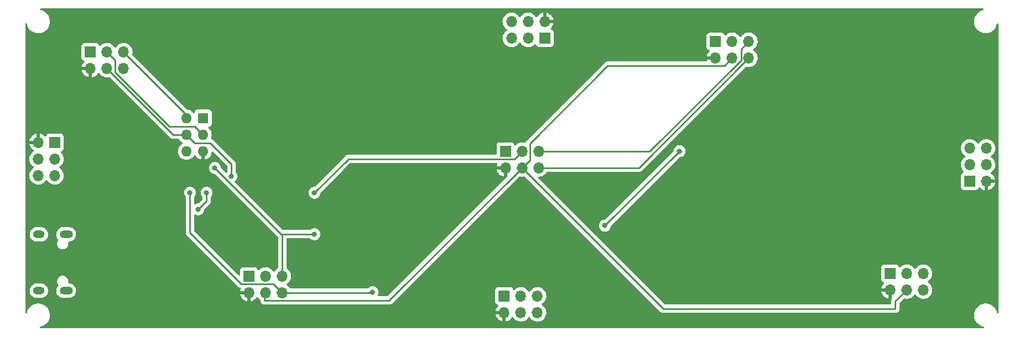
<source format=gbl>
%TF.GenerationSoftware,KiCad,Pcbnew,(6.0.6-0)*%
%TF.CreationDate,2022-08-20T19:49:00-04:00*%
%TF.ProjectId,SAO_Platform,53414f5f-506c-4617-9466-6f726d2e6b69,rev?*%
%TF.SameCoordinates,Original*%
%TF.FileFunction,Copper,L2,Bot*%
%TF.FilePolarity,Positive*%
%FSLAX46Y46*%
G04 Gerber Fmt 4.6, Leading zero omitted, Abs format (unit mm)*
G04 Created by KiCad (PCBNEW (6.0.6-0)) date 2022-08-20 19:49:00*
%MOMM*%
%LPD*%
G01*
G04 APERTURE LIST*
%TA.AperFunction,ComponentPad*%
%ADD10O,2.000000X1.200000*%
%TD*%
%TA.AperFunction,ComponentPad*%
%ADD11O,1.800000X1.200000*%
%TD*%
%TA.AperFunction,ComponentPad*%
%ADD12R,1.700000X1.700000*%
%TD*%
%TA.AperFunction,ComponentPad*%
%ADD13O,1.700000X1.700000*%
%TD*%
%TA.AperFunction,ComponentPad*%
%ADD14O,1.600000X1.600000*%
%TD*%
%TA.AperFunction,ComponentPad*%
%ADD15R,1.600000X1.600000*%
%TD*%
%TA.AperFunction,ViaPad*%
%ADD16C,0.800000*%
%TD*%
%TA.AperFunction,Conductor*%
%ADD17C,0.254000*%
%TD*%
G04 APERTURE END LIST*
D10*
%TO.P,J1,1*%
%TO.N,N/C*%
X106778230Y-85112098D03*
%TO.P,J1,2*%
X106778230Y-93752098D03*
D11*
%TO.P,J1,3*%
X102598230Y-85112098D03*
%TO.P,J1,4*%
X102598230Y-93752098D03*
%TD*%
D12*
%TO.P,J9,1,Pin_1*%
%TO.N,Net-(C2-Pad1)*%
X232866142Y-91093078D03*
D13*
%TO.P,J9,2,Pin_2*%
%TO.N,GND*%
X232866142Y-93633078D03*
%TO.P,J9,3,Pin_3*%
%TO.N,/SDA_LOCAL*%
X235406142Y-91093078D03*
%TO.P,J9,4,Pin_4*%
%TO.N,/SCL_LOCAL*%
X235406142Y-93633078D03*
%TO.P,J9,5,Pin_5*%
%TO.N,/GPIO_1_LOCAL*%
X237946142Y-91093078D03*
%TO.P,J9,6,Pin_6*%
%TO.N,/GPIO_2_LOCAL*%
X237946142Y-93633078D03*
%TD*%
D12*
%TO.P,J5,1,Pin_1*%
%TO.N,Net-(J1-PadA4)*%
X173819798Y-94565274D03*
D13*
%TO.P,J5,2,Pin_2*%
%TO.N,GND*%
X173819798Y-97105274D03*
%TO.P,J5,3,Pin_3*%
%TO.N,unconnected-(J5-Pad3)*%
X176359798Y-94565274D03*
%TO.P,J5,4,Pin_4*%
%TO.N,unconnected-(J5-Pad4)*%
X176359798Y-97105274D03*
%TO.P,J5,5,Pin_5*%
%TO.N,unconnected-(J5-Pad5)*%
X178899798Y-94565274D03*
%TO.P,J5,6,Pin_6*%
%TO.N,unconnected-(J5-Pad6)*%
X178899798Y-97105274D03*
%TD*%
D12*
%TO.P,J7,1,Pin_1*%
%TO.N,Net-(C2-Pad1)*%
X134755466Y-91504135D03*
D13*
%TO.P,J7,2,Pin_2*%
%TO.N,GND*%
X134755466Y-94044135D03*
%TO.P,J7,3,Pin_3*%
%TO.N,/SDA_LOCAL*%
X137295466Y-91504135D03*
%TO.P,J7,4,Pin_4*%
%TO.N,/SCL_LOCAL*%
X137295466Y-94044135D03*
%TO.P,J7,5,Pin_5*%
%TO.N,/GPIO_1_LOCAL*%
X139835466Y-91504135D03*
%TO.P,J7,6,Pin_6*%
%TO.N,/GPIO_2_LOCAL*%
X139835466Y-94044135D03*
%TD*%
D12*
%TO.P,J10,1,Pin_1*%
%TO.N,Net-(C2-Pad1)*%
X206162458Y-55553506D03*
D13*
%TO.P,J10,2,Pin_2*%
%TO.N,GND*%
X206162458Y-58093506D03*
%TO.P,J10,3,Pin_3*%
%TO.N,/SDA_LOCAL*%
X208702458Y-55553506D03*
%TO.P,J10,4,Pin_4*%
%TO.N,/SCL_LOCAL*%
X208702458Y-58093506D03*
%TO.P,J10,5,Pin_5*%
%TO.N,/GPIO_1_LOCAL*%
X211242458Y-55553506D03*
%TO.P,J10,6,Pin_6*%
%TO.N,/GPIO_2_LOCAL*%
X211242458Y-58093506D03*
%TD*%
D12*
%TO.P,J4,1,Pin_1*%
%TO.N,Net-(J1-PadA4)*%
X245065974Y-76985283D03*
D13*
%TO.P,J4,2,Pin_2*%
%TO.N,GND*%
X247605974Y-76985283D03*
%TO.P,J4,3,Pin_3*%
%TO.N,unconnected-(J4-Pad3)*%
X245065974Y-74445283D03*
%TO.P,J4,4,Pin_4*%
%TO.N,unconnected-(J4-Pad4)*%
X247605974Y-74445283D03*
%TO.P,J4,5,Pin_5*%
%TO.N,unconnected-(J4-Pad5)*%
X245065974Y-71905283D03*
%TO.P,J4,6,Pin_6*%
%TO.N,unconnected-(J4-Pad6)*%
X247605974Y-71905283D03*
%TD*%
D12*
%TO.P,J6,1,Pin_1*%
%TO.N,Net-(C2-Pad1)*%
X110490000Y-57150000D03*
D13*
%TO.P,J6,2,Pin_2*%
%TO.N,GND*%
X110490000Y-59690000D03*
%TO.P,J6,3,Pin_3*%
%TO.N,/SDA_LOCAL*%
X113030000Y-57150000D03*
%TO.P,J6,4,Pin_4*%
%TO.N,/SCL_LOCAL*%
X113030000Y-59690000D03*
%TO.P,J6,5,Pin_5*%
%TO.N,/GPIO_1_LOCAL*%
X115570000Y-57150000D03*
%TO.P,J6,6,Pin_6*%
%TO.N,/GPIO_2_LOCAL*%
X115570000Y-59690000D03*
%TD*%
D12*
%TO.P,J8,1,Pin_1*%
%TO.N,Net-(C2-Pad1)*%
X174005000Y-72370000D03*
D13*
%TO.P,J8,2,Pin_2*%
%TO.N,GND*%
X174005000Y-74910000D03*
%TO.P,J8,3,Pin_3*%
%TO.N,/SDA_LOCAL*%
X176545000Y-72370000D03*
%TO.P,J8,4,Pin_4*%
%TO.N,/SCL_LOCAL*%
X176545000Y-74910000D03*
%TO.P,J8,5,Pin_5*%
%TO.N,/GPIO_1_LOCAL*%
X179085000Y-72370000D03*
%TO.P,J8,6,Pin_6*%
%TO.N,/GPIO_2_LOCAL*%
X179085000Y-74910000D03*
%TD*%
D12*
%TO.P,J3,1,Pin_1*%
%TO.N,Net-(J1-PadA4)*%
X180008901Y-55047888D03*
D13*
%TO.P,J3,2,Pin_2*%
%TO.N,GND*%
X180008901Y-52507888D03*
%TO.P,J3,3,Pin_3*%
%TO.N,unconnected-(J3-Pad3)*%
X177468901Y-55047888D03*
%TO.P,J3,4,Pin_4*%
%TO.N,unconnected-(J3-Pad4)*%
X177468901Y-52507888D03*
%TO.P,J3,5,Pin_5*%
%TO.N,unconnected-(J3-Pad5)*%
X174928901Y-55047888D03*
%TO.P,J3,6,Pin_6*%
%TO.N,unconnected-(J3-Pad6)*%
X174928901Y-52507888D03*
%TD*%
D12*
%TO.P,J2,1,Pin_1*%
%TO.N,Net-(J1-PadA4)*%
X105042302Y-71029309D03*
D13*
%TO.P,J2,2,Pin_2*%
%TO.N,GND*%
X102502302Y-71029309D03*
%TO.P,J2,3,Pin_3*%
%TO.N,unconnected-(J2-Pad3)*%
X105042302Y-73569309D03*
%TO.P,J2,4,Pin_4*%
%TO.N,unconnected-(J2-Pad4)*%
X102502302Y-73569309D03*
%TO.P,J2,5,Pin_5*%
%TO.N,unconnected-(J2-Pad5)*%
X105042302Y-76109309D03*
%TO.P,J2,6,Pin_6*%
%TO.N,unconnected-(J2-Pad6)*%
X102502302Y-76109309D03*
%TD*%
D14*
%TO.P,J11,1,MISO*%
%TO.N,/GPIO_1_LOCAL*%
X125195027Y-67310000D03*
D15*
%TO.P,J11,2,VCC*%
%TO.N,Net-(C2-Pad1)*%
X127735027Y-67310000D03*
D14*
%TO.P,J11,3,SCK*%
%TO.N,/SCL_LOCAL*%
X125195027Y-69850000D03*
%TO.P,J11,4,MOSI*%
%TO.N,/SDA_LOCAL*%
X127735027Y-69850000D03*
%TO.P,J11,5,~{RST}*%
%TO.N,Net-(J11-Pad5)*%
X125195027Y-72390000D03*
%TO.P,J11,6,GND*%
%TO.N,GND*%
X127735027Y-72390000D03*
%TD*%
D16*
%TO.N,Net-(C2-Pad1)*%
X128270000Y-78740000D03*
X127000000Y-81280000D03*
%TO.N,/GPIO_1_LOCAL*%
X129540000Y-74930000D03*
X144780000Y-85090000D03*
X189230000Y-83780000D03*
X200640000Y-72370000D03*
%TO.N,/SCL_LOCAL*%
X132080000Y-76200000D03*
%TO.N,/SDA_LOCAL*%
X144780000Y-78740000D03*
%TO.N,/GPIO_2_LOCAL*%
X153670000Y-93980000D03*
X125730000Y-78740000D03*
%TD*%
D17*
%TO.N,Net-(C2-Pad1)*%
X128270000Y-80010000D02*
X128270000Y-78740000D01*
X127000000Y-81280000D02*
X128270000Y-80010000D01*
%TO.N,/GPIO_1_LOCAL*%
X179085000Y-72370000D02*
X196090494Y-72370000D01*
X139700000Y-85090000D02*
X139835466Y-85225466D01*
X129540000Y-74930000D02*
X139700000Y-85090000D01*
X125195027Y-66775027D02*
X125195027Y-67310000D01*
X144780000Y-85090000D02*
X139700000Y-85090000D01*
X115570000Y-57150000D02*
X125195027Y-66775027D01*
X210065458Y-56730506D02*
X211242458Y-55553506D01*
X139835466Y-85225466D02*
X139835466Y-91504135D01*
X210065458Y-58395036D02*
X210065458Y-56730506D01*
X200640000Y-72370000D02*
X189230000Y-83780000D01*
X196090494Y-72370000D02*
X210065458Y-58395036D01*
%TO.N,/SCL_LOCAL*%
X176545000Y-74910000D02*
X198155000Y-96520000D01*
X156205000Y-95250000D02*
X137160000Y-95250000D01*
X233680000Y-96520000D02*
X233680000Y-95359220D01*
X137160000Y-94179601D02*
X137295466Y-94044135D01*
X123190000Y-69850000D02*
X113030000Y-59690000D01*
X177722000Y-71198000D02*
X189649494Y-59270506D01*
X125195027Y-69850000D02*
X123190000Y-69850000D01*
X137160000Y-95250000D02*
X137160000Y-94179601D01*
X177722000Y-73733000D02*
X177722000Y-71198000D01*
X189649494Y-59270506D02*
X207525458Y-59270506D01*
X176545000Y-74910000D02*
X177722000Y-73733000D01*
X128860707Y-71120000D02*
X126465027Y-71120000D01*
X126465027Y-71120000D02*
X125195027Y-69850000D01*
X198155000Y-96520000D02*
X233680000Y-96520000D01*
X132080000Y-74339293D02*
X128860707Y-71120000D01*
X207525458Y-59270506D02*
X208702458Y-58093506D01*
X176545000Y-74910000D02*
X156205000Y-95250000D01*
X132080000Y-76200000D02*
X132080000Y-74339293D01*
X233680000Y-95359220D02*
X235406142Y-93633078D01*
%TO.N,/SDA_LOCAL*%
X175368000Y-73547000D02*
X149973000Y-73547000D01*
X113030000Y-57150000D02*
X114300000Y-58420000D01*
X114300000Y-58420000D02*
X114300000Y-60317948D01*
X149973000Y-73547000D02*
X144780000Y-78740000D01*
X126465027Y-68580000D02*
X127735027Y-69850000D01*
X176545000Y-72370000D02*
X175368000Y-73547000D01*
X122562052Y-68580000D02*
X126465027Y-68580000D01*
X114300000Y-60317948D02*
X122562052Y-68580000D01*
%TO.N,/GPIO_2_LOCAL*%
X125730000Y-78740000D02*
X125730000Y-84832669D01*
X179085000Y-74910000D02*
X194425964Y-74910000D01*
X138472466Y-92681135D02*
X139835466Y-94044135D01*
X125730000Y-84832669D02*
X133578466Y-92681135D01*
X153605865Y-94044135D02*
X153670000Y-93980000D01*
X194425964Y-74910000D02*
X211242458Y-58093506D01*
X133578466Y-92681135D02*
X138472466Y-92681135D01*
X139835466Y-94044135D02*
X153605865Y-94044135D01*
%TD*%
%TA.AperFunction,Conductor*%
%TO.N,GND*%
G36*
X247162148Y-50528502D02*
G01*
X247208641Y-50582158D01*
X247218745Y-50652432D01*
X247189251Y-50717012D01*
X247129525Y-50755396D01*
X247129190Y-50755481D01*
X247129192Y-50755486D01*
X246875410Y-50829457D01*
X246871163Y-50831415D01*
X246871160Y-50831416D01*
X246780950Y-50873004D01*
X246635348Y-50940127D01*
X246631439Y-50942690D01*
X246418195Y-51082499D01*
X246418190Y-51082503D01*
X246414282Y-51085065D01*
X246410790Y-51088182D01*
X246224898Y-51254097D01*
X246217067Y-51261086D01*
X246048036Y-51464324D01*
X245910901Y-51690314D01*
X245909095Y-51694622D01*
X245909094Y-51694623D01*
X245820233Y-51906534D01*
X245808677Y-51934091D01*
X245807526Y-51938623D01*
X245807525Y-51938626D01*
X245787038Y-52019294D01*
X245743608Y-52190301D01*
X245717124Y-52453314D01*
X245718856Y-52489368D01*
X245729807Y-52717352D01*
X245730720Y-52721941D01*
X245770179Y-52920313D01*
X245781378Y-52976616D01*
X245782957Y-52981014D01*
X245782959Y-52981021D01*
X245832038Y-53117717D01*
X245870704Y-53225410D01*
X245872921Y-53229536D01*
X245940301Y-53354936D01*
X245995822Y-53458267D01*
X245998617Y-53462011D01*
X245998619Y-53462013D01*
X246081743Y-53573329D01*
X246153985Y-53670073D01*
X246157292Y-53673351D01*
X246157297Y-53673357D01*
X246327225Y-53841807D01*
X246341718Y-53856174D01*
X246345485Y-53858936D01*
X246345486Y-53858937D01*
X246482761Y-53959591D01*
X246554896Y-54012483D01*
X246559031Y-54014659D01*
X246559035Y-54014661D01*
X246635247Y-54054758D01*
X246788836Y-54135565D01*
X246928891Y-54184474D01*
X247032069Y-54220505D01*
X247038400Y-54222716D01*
X247042993Y-54223588D01*
X247293515Y-54271151D01*
X247293518Y-54271151D01*
X247298104Y-54272022D01*
X247430173Y-54277211D01*
X247557575Y-54282218D01*
X247557581Y-54282218D01*
X247562243Y-54282401D01*
X247825015Y-54253622D01*
X247829526Y-54252434D01*
X247829528Y-54252434D01*
X248076124Y-54187511D01*
X248076126Y-54187510D01*
X248080647Y-54186320D01*
X248084944Y-54184474D01*
X248319229Y-54083817D01*
X248319231Y-54083816D01*
X248323523Y-54081972D01*
X248548307Y-53942871D01*
X248584199Y-53912486D01*
X248746496Y-53775093D01*
X248746498Y-53775091D01*
X248750063Y-53772073D01*
X248924356Y-53573329D01*
X248938038Y-53552059D01*
X249064831Y-53354936D01*
X249067359Y-53351006D01*
X249175930Y-53109988D01*
X249244231Y-52867810D01*
X249281972Y-52807676D01*
X249346234Y-52777493D01*
X249416612Y-52786843D01*
X249470762Y-52832759D01*
X249491500Y-52902011D01*
X249491500Y-97114488D01*
X249471498Y-97182609D01*
X249417842Y-97229102D01*
X249347568Y-97239206D01*
X249282988Y-97209712D01*
X249244604Y-97149986D01*
X249242607Y-97142296D01*
X249237705Y-97120632D01*
X249205557Y-96978559D01*
X249203864Y-96974205D01*
X249111442Y-96736542D01*
X249111441Y-96736540D01*
X249109749Y-96732189D01*
X249105899Y-96725452D01*
X249034358Y-96600282D01*
X248978578Y-96502687D01*
X248814925Y-96295094D01*
X248622385Y-96113970D01*
X248581935Y-96085909D01*
X248409026Y-95965958D01*
X248409021Y-95965955D01*
X248405188Y-95963296D01*
X248400997Y-95961229D01*
X248172294Y-95848445D01*
X248172291Y-95848444D01*
X248168106Y-95846380D01*
X248153649Y-95841752D01*
X247949452Y-95776388D01*
X247916347Y-95765791D01*
X247689882Y-95728909D01*
X247660053Y-95724051D01*
X247660052Y-95724051D01*
X247655441Y-95723300D01*
X247523281Y-95721570D01*
X247395798Y-95719901D01*
X247395795Y-95719901D01*
X247391121Y-95719840D01*
X247129192Y-95755486D01*
X247124702Y-95756795D01*
X247124696Y-95756796D01*
X247031653Y-95783916D01*
X246875410Y-95829457D01*
X246871163Y-95831415D01*
X246871160Y-95831416D01*
X246799400Y-95864498D01*
X246635348Y-95940127D01*
X246624757Y-95947071D01*
X246418195Y-96082499D01*
X246418190Y-96082503D01*
X246414282Y-96085065D01*
X246217067Y-96261086D01*
X246048036Y-96464324D01*
X245910901Y-96690314D01*
X245909095Y-96694622D01*
X245909094Y-96694623D01*
X245812518Y-96924932D01*
X245808677Y-96934091D01*
X245807526Y-96938623D01*
X245807525Y-96938626D01*
X245785082Y-97026996D01*
X245743608Y-97190301D01*
X245717124Y-97453314D01*
X245718856Y-97489368D01*
X245729807Y-97717352D01*
X245730720Y-97721941D01*
X245755811Y-97848080D01*
X245781378Y-97976616D01*
X245782957Y-97981014D01*
X245782959Y-97981021D01*
X245840905Y-98142413D01*
X245870704Y-98225410D01*
X245872921Y-98229536D01*
X245971209Y-98412459D01*
X245995822Y-98458267D01*
X245998617Y-98462011D01*
X245998619Y-98462013D01*
X246081743Y-98573329D01*
X246153985Y-98670073D01*
X246157292Y-98673351D01*
X246157297Y-98673357D01*
X246256879Y-98772073D01*
X246341718Y-98856174D01*
X246554896Y-99012483D01*
X246559031Y-99014659D01*
X246559035Y-99014661D01*
X246682293Y-99079510D01*
X246788836Y-99135565D01*
X247038400Y-99222716D01*
X247042993Y-99223588D01*
X247138450Y-99241711D01*
X247201644Y-99274068D01*
X247237313Y-99335454D01*
X247234132Y-99406380D01*
X247193111Y-99464326D01*
X247127273Y-99490896D01*
X247114948Y-99491500D01*
X102894964Y-99491500D01*
X102826843Y-99471498D01*
X102780350Y-99417842D01*
X102770246Y-99347568D01*
X102799740Y-99282988D01*
X102862884Y-99243652D01*
X103076124Y-99187511D01*
X103076126Y-99187510D01*
X103080647Y-99186320D01*
X103195191Y-99137108D01*
X103319229Y-99083817D01*
X103319231Y-99083816D01*
X103323523Y-99081972D01*
X103548307Y-98942871D01*
X103564788Y-98928919D01*
X103746496Y-98775093D01*
X103746498Y-98775091D01*
X103750063Y-98772073D01*
X103924356Y-98573329D01*
X103998367Y-98458267D01*
X104064831Y-98354936D01*
X104067359Y-98351006D01*
X104175930Y-98109988D01*
X104247683Y-97855570D01*
X104265267Y-97717352D01*
X104280645Y-97596471D01*
X104280645Y-97596465D01*
X104281043Y-97593340D01*
X104283487Y-97500000D01*
X104275180Y-97388213D01*
X104274067Y-97373240D01*
X172488055Y-97373240D01*
X172518363Y-97507720D01*
X172521443Y-97517549D01*
X172601568Y-97714877D01*
X172606211Y-97724068D01*
X172717492Y-97905662D01*
X172723575Y-97913973D01*
X172863011Y-98074941D01*
X172870378Y-98082157D01*
X173034232Y-98218190D01*
X173042679Y-98224105D01*
X173226554Y-98331553D01*
X173235840Y-98336003D01*
X173434799Y-98411977D01*
X173444697Y-98414853D01*
X173548048Y-98435880D01*
X173562097Y-98434684D01*
X173565798Y-98424339D01*
X173565798Y-97377389D01*
X173561323Y-97362150D01*
X173559933Y-97360945D01*
X173552250Y-97359274D01*
X172503023Y-97359274D01*
X172489492Y-97363247D01*
X172488055Y-97373240D01*
X104274067Y-97373240D01*
X104264243Y-97241036D01*
X104264242Y-97241032D01*
X104263897Y-97236384D01*
X104205557Y-96978559D01*
X104203864Y-96974205D01*
X104111442Y-96736542D01*
X104111441Y-96736540D01*
X104109749Y-96732189D01*
X104105899Y-96725452D01*
X104034358Y-96600282D01*
X103978578Y-96502687D01*
X103814925Y-96295094D01*
X103622385Y-96113970D01*
X103581935Y-96085909D01*
X103409026Y-95965958D01*
X103409021Y-95965955D01*
X103405188Y-95963296D01*
X103400997Y-95961229D01*
X103172294Y-95848445D01*
X103172291Y-95848444D01*
X103168106Y-95846380D01*
X103153649Y-95841752D01*
X102949452Y-95776388D01*
X102916347Y-95765791D01*
X102689882Y-95728909D01*
X102660053Y-95724051D01*
X102660052Y-95724051D01*
X102655441Y-95723300D01*
X102523281Y-95721570D01*
X102395798Y-95719901D01*
X102395795Y-95719901D01*
X102391121Y-95719840D01*
X102129192Y-95755486D01*
X102124702Y-95756795D01*
X102124696Y-95756796D01*
X102031653Y-95783916D01*
X101875410Y-95829457D01*
X101871163Y-95831415D01*
X101871160Y-95831416D01*
X101799400Y-95864498D01*
X101635348Y-95940127D01*
X101624757Y-95947071D01*
X101418195Y-96082499D01*
X101418190Y-96082503D01*
X101414282Y-96085065D01*
X101217067Y-96261086D01*
X101048036Y-96464324D01*
X100910901Y-96690314D01*
X100909095Y-96694622D01*
X100909094Y-96694623D01*
X100812518Y-96924932D01*
X100808677Y-96934091D01*
X100807526Y-96938623D01*
X100807525Y-96938626D01*
X100756623Y-97139054D01*
X100720468Y-97200155D01*
X100657019Y-97232010D01*
X100586420Y-97224505D01*
X100531087Y-97180023D01*
X100508500Y-97108039D01*
X100508500Y-93697702D01*
X101186017Y-93697702D01*
X101195797Y-93908997D01*
X101197201Y-93914822D01*
X101197201Y-93914823D01*
X101236209Y-94076680D01*
X101245355Y-94114632D01*
X101247837Y-94120090D01*
X101247838Y-94120094D01*
X101291283Y-94215644D01*
X101332904Y-94307185D01*
X101455284Y-94479709D01*
X101608080Y-94625979D01*
X101785778Y-94740718D01*
X101845876Y-94764938D01*
X101976398Y-94817540D01*
X101976401Y-94817541D01*
X101981967Y-94819784D01*
X102189567Y-94860326D01*
X102195129Y-94860598D01*
X102951076Y-94860598D01*
X103108796Y-94845550D01*
X103311764Y-94786006D01*
X103317092Y-94783262D01*
X103494479Y-94691902D01*
X103494482Y-94691900D01*
X103499810Y-94689156D01*
X103666150Y-94558494D01*
X103670082Y-94553963D01*
X103670085Y-94553960D01*
X103800851Y-94403265D01*
X103804782Y-94398735D01*
X103807782Y-94393549D01*
X103807785Y-94393545D01*
X103907697Y-94220840D01*
X103910703Y-94215644D01*
X103980091Y-94015827D01*
X103994736Y-93914823D01*
X104009582Y-93812434D01*
X104009582Y-93812431D01*
X104010443Y-93806494D01*
X104005407Y-93697702D01*
X105266017Y-93697702D01*
X105275797Y-93908997D01*
X105277201Y-93914822D01*
X105277201Y-93914823D01*
X105316209Y-94076680D01*
X105325355Y-94114632D01*
X105327837Y-94120090D01*
X105327838Y-94120094D01*
X105371283Y-94215644D01*
X105412904Y-94307185D01*
X105535284Y-94479709D01*
X105688080Y-94625979D01*
X105865778Y-94740718D01*
X105925876Y-94764938D01*
X106056398Y-94817540D01*
X106056401Y-94817541D01*
X106061967Y-94819784D01*
X106269567Y-94860326D01*
X106275129Y-94860598D01*
X107231076Y-94860598D01*
X107388796Y-94845550D01*
X107591764Y-94786006D01*
X107597092Y-94783262D01*
X107774479Y-94691902D01*
X107774482Y-94691900D01*
X107779810Y-94689156D01*
X107946150Y-94558494D01*
X107950082Y-94553963D01*
X107950085Y-94553960D01*
X108080851Y-94403265D01*
X108084782Y-94398735D01*
X108087782Y-94393549D01*
X108087785Y-94393545D01*
X108134901Y-94312101D01*
X133423723Y-94312101D01*
X133454031Y-94446581D01*
X133457111Y-94456410D01*
X133537236Y-94653738D01*
X133541879Y-94662929D01*
X133653160Y-94844523D01*
X133659243Y-94852834D01*
X133798679Y-95013802D01*
X133806046Y-95021018D01*
X133969900Y-95157051D01*
X133978347Y-95162966D01*
X134162222Y-95270414D01*
X134171508Y-95274864D01*
X134370467Y-95350838D01*
X134380365Y-95353714D01*
X134483716Y-95374741D01*
X134497765Y-95373545D01*
X134501466Y-95363200D01*
X134501466Y-94316250D01*
X134496991Y-94301011D01*
X134495601Y-94299806D01*
X134487918Y-94298135D01*
X133438691Y-94298135D01*
X133425160Y-94302108D01*
X133423723Y-94312101D01*
X108134901Y-94312101D01*
X108187697Y-94220840D01*
X108190703Y-94215644D01*
X108260091Y-94015827D01*
X108274736Y-93914823D01*
X108289582Y-93812434D01*
X108289582Y-93812431D01*
X108290443Y-93806494D01*
X108280663Y-93595199D01*
X108240819Y-93429872D01*
X108232511Y-93395397D01*
X108232510Y-93395395D01*
X108231105Y-93389564D01*
X108226338Y-93379078D01*
X108170071Y-93255327D01*
X108143556Y-93197011D01*
X108037278Y-93047186D01*
X108024642Y-93029373D01*
X108024641Y-93029372D01*
X108021176Y-93024487D01*
X107868380Y-92878217D01*
X107690682Y-92763478D01*
X107630584Y-92739258D01*
X107500062Y-92686656D01*
X107500059Y-92686655D01*
X107494493Y-92684412D01*
X107286893Y-92643870D01*
X107281331Y-92643598D01*
X107213776Y-92643598D01*
X107145655Y-92623596D01*
X107099162Y-92569940D01*
X107089468Y-92497019D01*
X107094481Y-92466742D01*
X107107232Y-92389716D01*
X107109331Y-92377040D01*
X107109331Y-92377037D01*
X107110446Y-92370303D01*
X107110023Y-92362222D01*
X107101040Y-92190844D01*
X107100683Y-92184031D01*
X107057073Y-92025703D01*
X107052963Y-92010782D01*
X107051150Y-92004200D01*
X106964155Y-91839200D01*
X106959750Y-91833987D01*
X106959747Y-91833983D01*
X106848166Y-91701945D01*
X106848162Y-91701941D01*
X106843759Y-91696731D01*
X106838334Y-91692583D01*
X106700999Y-91587582D01*
X106700995Y-91587579D01*
X106695578Y-91583438D01*
X106526526Y-91504608D01*
X106344490Y-91463918D01*
X106338767Y-91463598D01*
X106201634Y-91463598D01*
X106062793Y-91478681D01*
X105886007Y-91538176D01*
X105726121Y-91634245D01*
X105590594Y-91762406D01*
X105586759Y-91768049D01*
X105541951Y-91833983D01*
X105485750Y-91916680D01*
X105483218Y-91923009D01*
X105483217Y-91923012D01*
X105424299Y-92070318D01*
X105416479Y-92089869D01*
X105401979Y-92177454D01*
X105389547Y-92252554D01*
X105386014Y-92273893D01*
X105386371Y-92280709D01*
X105386371Y-92280713D01*
X105392166Y-92391272D01*
X105395777Y-92460165D01*
X105445310Y-92639996D01*
X105532305Y-92804996D01*
X105558083Y-92835499D01*
X105561386Y-92839408D01*
X105590079Y-92904349D01*
X105579107Y-92974492D01*
X105560317Y-93003313D01*
X105471678Y-93105461D01*
X105468678Y-93110647D01*
X105468675Y-93110651D01*
X105388000Y-93250104D01*
X105365757Y-93288552D01*
X105296369Y-93488369D01*
X105295508Y-93494304D01*
X105295508Y-93494306D01*
X105278048Y-93614729D01*
X105266017Y-93697702D01*
X104005407Y-93697702D01*
X104000663Y-93595199D01*
X103960819Y-93429872D01*
X103952511Y-93395397D01*
X103952510Y-93395395D01*
X103951105Y-93389564D01*
X103946338Y-93379078D01*
X103890071Y-93255327D01*
X103863556Y-93197011D01*
X103757278Y-93047186D01*
X103744642Y-93029373D01*
X103744641Y-93029372D01*
X103741176Y-93024487D01*
X103588380Y-92878217D01*
X103410682Y-92763478D01*
X103350584Y-92739258D01*
X103220062Y-92686656D01*
X103220059Y-92686655D01*
X103214493Y-92684412D01*
X103006893Y-92643870D01*
X103001331Y-92643598D01*
X102245384Y-92643598D01*
X102087664Y-92658646D01*
X101884696Y-92718190D01*
X101879369Y-92720934D01*
X101879368Y-92720934D01*
X101701981Y-92812294D01*
X101701978Y-92812296D01*
X101696650Y-92815040D01*
X101530310Y-92945702D01*
X101526378Y-92950233D01*
X101526375Y-92950236D01*
X101421148Y-93071500D01*
X101391678Y-93105461D01*
X101388678Y-93110647D01*
X101388675Y-93110651D01*
X101308000Y-93250104D01*
X101285757Y-93288552D01*
X101216369Y-93488369D01*
X101215508Y-93494304D01*
X101215508Y-93494306D01*
X101198048Y-93614729D01*
X101186017Y-93697702D01*
X100508500Y-93697702D01*
X100508500Y-85057702D01*
X101186017Y-85057702D01*
X101195797Y-85268997D01*
X101197201Y-85274822D01*
X101197201Y-85274823D01*
X101242204Y-85461556D01*
X101245355Y-85474632D01*
X101247837Y-85480090D01*
X101247838Y-85480094D01*
X101291283Y-85575644D01*
X101332904Y-85667185D01*
X101455284Y-85839709D01*
X101608080Y-85985979D01*
X101785778Y-86100718D01*
X101791344Y-86102961D01*
X101976398Y-86177540D01*
X101976401Y-86177541D01*
X101981967Y-86179784D01*
X102189567Y-86220326D01*
X102195129Y-86220598D01*
X102951076Y-86220598D01*
X103108796Y-86205550D01*
X103311764Y-86146006D01*
X103395341Y-86102961D01*
X103494479Y-86051902D01*
X103494482Y-86051900D01*
X103499810Y-86049156D01*
X103666150Y-85918494D01*
X103670082Y-85913963D01*
X103670085Y-85913960D01*
X103800851Y-85763265D01*
X103804782Y-85758735D01*
X103807782Y-85753549D01*
X103807785Y-85753545D01*
X103907697Y-85580840D01*
X103910703Y-85575644D01*
X103980091Y-85375827D01*
X103991166Y-85299446D01*
X104009582Y-85172434D01*
X104009582Y-85172431D01*
X104010443Y-85166494D01*
X104005407Y-85057702D01*
X105266017Y-85057702D01*
X105275797Y-85268997D01*
X105277201Y-85274822D01*
X105277201Y-85274823D01*
X105322204Y-85461556D01*
X105325355Y-85474632D01*
X105327837Y-85480090D01*
X105327838Y-85480094D01*
X105371283Y-85575644D01*
X105412904Y-85667185D01*
X105535284Y-85839709D01*
X105539617Y-85843857D01*
X105539618Y-85843858D01*
X105550562Y-85854334D01*
X105585939Y-85915888D01*
X105582422Y-85986798D01*
X105567645Y-86016175D01*
X105510190Y-86100718D01*
X105485750Y-86136680D01*
X105483218Y-86143009D01*
X105483217Y-86143012D01*
X105458879Y-86203861D01*
X105416479Y-86309869D01*
X105386014Y-86493893D01*
X105386371Y-86500709D01*
X105386371Y-86500713D01*
X105391067Y-86590303D01*
X105395777Y-86680165D01*
X105445310Y-86859996D01*
X105532305Y-87024996D01*
X105536710Y-87030209D01*
X105536713Y-87030213D01*
X105648294Y-87162251D01*
X105648298Y-87162255D01*
X105652701Y-87167465D01*
X105658125Y-87171612D01*
X105658126Y-87171613D01*
X105795461Y-87276614D01*
X105795465Y-87276617D01*
X105800882Y-87280758D01*
X105969934Y-87359588D01*
X106151970Y-87400278D01*
X106157693Y-87400598D01*
X106294826Y-87400598D01*
X106433667Y-87385515D01*
X106610453Y-87326020D01*
X106770339Y-87229951D01*
X106905866Y-87101790D01*
X106909701Y-87096147D01*
X107006876Y-86953158D01*
X107006877Y-86953156D01*
X107010710Y-86947516D01*
X107043301Y-86866035D01*
X107077445Y-86780668D01*
X107077446Y-86780666D01*
X107079981Y-86774327D01*
X107110446Y-86590303D01*
X107105751Y-86500713D01*
X107101040Y-86410844D01*
X107100683Y-86404031D01*
X107094080Y-86380057D01*
X107095274Y-86309070D01*
X107134658Y-86249999D01*
X107199726Y-86221596D01*
X107215556Y-86220598D01*
X107231076Y-86220598D01*
X107388796Y-86205550D01*
X107591764Y-86146006D01*
X107675341Y-86102961D01*
X107774479Y-86051902D01*
X107774482Y-86051900D01*
X107779810Y-86049156D01*
X107946150Y-85918494D01*
X107950082Y-85913963D01*
X107950085Y-85913960D01*
X108080851Y-85763265D01*
X108084782Y-85758735D01*
X108087782Y-85753549D01*
X108087785Y-85753545D01*
X108187697Y-85580840D01*
X108190703Y-85575644D01*
X108260091Y-85375827D01*
X108271166Y-85299446D01*
X108289582Y-85172434D01*
X108289582Y-85172431D01*
X108290443Y-85166494D01*
X108280663Y-84955199D01*
X108231105Y-84749564D01*
X108219814Y-84724729D01*
X108149205Y-84569436D01*
X108143556Y-84557011D01*
X108040078Y-84411134D01*
X108024642Y-84389373D01*
X108024641Y-84389372D01*
X108021176Y-84384487D01*
X107868380Y-84238217D01*
X107690682Y-84123478D01*
X107630584Y-84099258D01*
X107500062Y-84046656D01*
X107500059Y-84046655D01*
X107494493Y-84044412D01*
X107286893Y-84003870D01*
X107281331Y-84003598D01*
X106325384Y-84003598D01*
X106167664Y-84018646D01*
X105964696Y-84078190D01*
X105959369Y-84080934D01*
X105959368Y-84080934D01*
X105781981Y-84172294D01*
X105781978Y-84172296D01*
X105776650Y-84175040D01*
X105610310Y-84305702D01*
X105606378Y-84310233D01*
X105606375Y-84310236D01*
X105514559Y-84416045D01*
X105471678Y-84465461D01*
X105468678Y-84470647D01*
X105468675Y-84470651D01*
X105426225Y-84544029D01*
X105365757Y-84648552D01*
X105296369Y-84848369D01*
X105295508Y-84854304D01*
X105295508Y-84854306D01*
X105268766Y-85038746D01*
X105266017Y-85057702D01*
X104005407Y-85057702D01*
X104000663Y-84955199D01*
X103951105Y-84749564D01*
X103939814Y-84724729D01*
X103869205Y-84569436D01*
X103863556Y-84557011D01*
X103760078Y-84411134D01*
X103744642Y-84389373D01*
X103744641Y-84389372D01*
X103741176Y-84384487D01*
X103588380Y-84238217D01*
X103410682Y-84123478D01*
X103350584Y-84099258D01*
X103220062Y-84046656D01*
X103220059Y-84046655D01*
X103214493Y-84044412D01*
X103006893Y-84003870D01*
X103001331Y-84003598D01*
X102245384Y-84003598D01*
X102087664Y-84018646D01*
X101884696Y-84078190D01*
X101879369Y-84080934D01*
X101879368Y-84080934D01*
X101701981Y-84172294D01*
X101701978Y-84172296D01*
X101696650Y-84175040D01*
X101530310Y-84305702D01*
X101526378Y-84310233D01*
X101526375Y-84310236D01*
X101434559Y-84416045D01*
X101391678Y-84465461D01*
X101388678Y-84470647D01*
X101388675Y-84470651D01*
X101346225Y-84544029D01*
X101285757Y-84648552D01*
X101216369Y-84848369D01*
X101215508Y-84854304D01*
X101215508Y-84854306D01*
X101188766Y-85038746D01*
X101186017Y-85057702D01*
X100508500Y-85057702D01*
X100508500Y-76076004D01*
X101139553Y-76076004D01*
X101139850Y-76081157D01*
X101139850Y-76081160D01*
X101150768Y-76270511D01*
X101152412Y-76299024D01*
X101153549Y-76304070D01*
X101153550Y-76304076D01*
X101171419Y-76383365D01*
X101201524Y-76516948D01*
X101239763Y-76611120D01*
X101283256Y-76718230D01*
X101285568Y-76723925D01*
X101325545Y-76789162D01*
X101399593Y-76909997D01*
X101402289Y-76914397D01*
X101548552Y-77083247D01*
X101720428Y-77225941D01*
X101913302Y-77338647D01*
X102121994Y-77418339D01*
X102127062Y-77419370D01*
X102127065Y-77419371D01*
X102234319Y-77441192D01*
X102340899Y-77462876D01*
X102346074Y-77463066D01*
X102346076Y-77463066D01*
X102558975Y-77470873D01*
X102558979Y-77470873D01*
X102564139Y-77471062D01*
X102569259Y-77470406D01*
X102569261Y-77470406D01*
X102780590Y-77443334D01*
X102780591Y-77443334D01*
X102785718Y-77442677D01*
X102790668Y-77441192D01*
X102994731Y-77379970D01*
X102994736Y-77379968D01*
X102999686Y-77378483D01*
X103200296Y-77280205D01*
X103382162Y-77150482D01*
X103540398Y-76992798D01*
X103599896Y-76909998D01*
X103670755Y-76811386D01*
X103672078Y-76812337D01*
X103718947Y-76769166D01*
X103788882Y-76756934D01*
X103854328Y-76784453D01*
X103882177Y-76816303D01*
X103942289Y-76914397D01*
X104088552Y-77083247D01*
X104260428Y-77225941D01*
X104453302Y-77338647D01*
X104661994Y-77418339D01*
X104667062Y-77419370D01*
X104667065Y-77419371D01*
X104774319Y-77441192D01*
X104880899Y-77462876D01*
X104886074Y-77463066D01*
X104886076Y-77463066D01*
X105098975Y-77470873D01*
X105098979Y-77470873D01*
X105104139Y-77471062D01*
X105109259Y-77470406D01*
X105109261Y-77470406D01*
X105320590Y-77443334D01*
X105320591Y-77443334D01*
X105325718Y-77442677D01*
X105330668Y-77441192D01*
X105534731Y-77379970D01*
X105534736Y-77379968D01*
X105539686Y-77378483D01*
X105740296Y-77280205D01*
X105922162Y-77150482D01*
X106080398Y-76992798D01*
X106139896Y-76909998D01*
X106207737Y-76815586D01*
X106210755Y-76811386D01*
X106231622Y-76769166D01*
X106307438Y-76615762D01*
X106307439Y-76615760D01*
X106309732Y-76611120D01*
X106374672Y-76397378D01*
X106403831Y-76175899D01*
X106405458Y-76109309D01*
X106387154Y-75886670D01*
X106332733Y-75670011D01*
X106243656Y-75465149D01*
X106144868Y-75312446D01*
X106125124Y-75281926D01*
X106125122Y-75281923D01*
X106122316Y-75277586D01*
X105971972Y-75112360D01*
X105967921Y-75109161D01*
X105967917Y-75109157D01*
X105800716Y-74977109D01*
X105800712Y-74977107D01*
X105796661Y-74973907D01*
X105755355Y-74951105D01*
X105705386Y-74900673D01*
X105690614Y-74831230D01*
X105715730Y-74764825D01*
X105743082Y-74738218D01*
X105786905Y-74706959D01*
X105922162Y-74610482D01*
X106080398Y-74452798D01*
X106093340Y-74434788D01*
X106207737Y-74275586D01*
X106210755Y-74271386D01*
X106227456Y-74237595D01*
X106307438Y-74075762D01*
X106307439Y-74075760D01*
X106309732Y-74071120D01*
X106370073Y-73872516D01*
X106373167Y-73862332D01*
X106373167Y-73862330D01*
X106374672Y-73857378D01*
X106403831Y-73635899D01*
X106404911Y-73591686D01*
X106405376Y-73572674D01*
X106405376Y-73572670D01*
X106405458Y-73569309D01*
X106387154Y-73346670D01*
X106332733Y-73130011D01*
X106243656Y-72925149D01*
X106184646Y-72833933D01*
X106125124Y-72741926D01*
X106125122Y-72741923D01*
X106122316Y-72737586D01*
X106118834Y-72733759D01*
X105975100Y-72575797D01*
X105944048Y-72511951D01*
X105952443Y-72441452D01*
X105997619Y-72386684D01*
X106024063Y-72373015D01*
X106130599Y-72333076D01*
X106139007Y-72329924D01*
X106255563Y-72242570D01*
X106342917Y-72126014D01*
X106394047Y-71989625D01*
X106400802Y-71927443D01*
X106400802Y-70131175D01*
X106394047Y-70068993D01*
X106342917Y-69932604D01*
X106255563Y-69816048D01*
X106139007Y-69728694D01*
X106002618Y-69677564D01*
X105940436Y-69670809D01*
X104144168Y-69670809D01*
X104081986Y-69677564D01*
X103945597Y-69728694D01*
X103829041Y-69816048D01*
X103741687Y-69932604D01*
X103738535Y-69941012D01*
X103738534Y-69941014D01*
X103697024Y-70051742D01*
X103654383Y-70108507D01*
X103587821Y-70133207D01*
X103518472Y-70118000D01*
X103485848Y-70092313D01*
X103435101Y-70036543D01*
X103427575Y-70029524D01*
X103260441Y-69897531D01*
X103251854Y-69891826D01*
X103065419Y-69788908D01*
X103056007Y-69784678D01*
X102855261Y-69713589D01*
X102845290Y-69710955D01*
X102774139Y-69698281D01*
X102760842Y-69699741D01*
X102756302Y-69714298D01*
X102756302Y-71157309D01*
X102736300Y-71225430D01*
X102682644Y-71271923D01*
X102630302Y-71283309D01*
X101185527Y-71283309D01*
X101171996Y-71287282D01*
X101170559Y-71297275D01*
X101200867Y-71431755D01*
X101203947Y-71441584D01*
X101284072Y-71638912D01*
X101288715Y-71648103D01*
X101399996Y-71829697D01*
X101406079Y-71838008D01*
X101545515Y-71998976D01*
X101552882Y-72006192D01*
X101716736Y-72142225D01*
X101725183Y-72148140D01*
X101794271Y-72188512D01*
X101842995Y-72240151D01*
X101856066Y-72309934D01*
X101829335Y-72375705D01*
X101788886Y-72409061D01*
X101775909Y-72415816D01*
X101771776Y-72418919D01*
X101771773Y-72418921D01*
X101601402Y-72546839D01*
X101597267Y-72549944D01*
X101442931Y-72711447D01*
X101317045Y-72895989D01*
X101278890Y-72978188D01*
X101239863Y-73062265D01*
X101222990Y-73098614D01*
X101163291Y-73313879D01*
X101139553Y-73536004D01*
X101139850Y-73541157D01*
X101139850Y-73541160D01*
X101149210Y-73703498D01*
X101152412Y-73759024D01*
X101153549Y-73764070D01*
X101153550Y-73764076D01*
X101162970Y-73805873D01*
X101201524Y-73976948D01*
X101248451Y-74092515D01*
X101280980Y-74172625D01*
X101285568Y-74183925D01*
X101324228Y-74247013D01*
X101399593Y-74369997D01*
X101402289Y-74374397D01*
X101548552Y-74543247D01*
X101720428Y-74685941D01*
X101790897Y-74727120D01*
X101793747Y-74728785D01*
X101842471Y-74780423D01*
X101855542Y-74850206D01*
X101828811Y-74915978D01*
X101788357Y-74949336D01*
X101783747Y-74951736D01*
X101775909Y-74955816D01*
X101771776Y-74958919D01*
X101771773Y-74958921D01*
X101601402Y-75086839D01*
X101597267Y-75089944D01*
X101442931Y-75251447D01*
X101317045Y-75435989D01*
X101278233Y-75519603D01*
X101228482Y-75626783D01*
X101222990Y-75638614D01*
X101163291Y-75853879D01*
X101139553Y-76076004D01*
X100508500Y-76076004D01*
X100508500Y-70763492D01*
X101166691Y-70763492D01*
X101168214Y-70771916D01*
X101180594Y-70775309D01*
X102230187Y-70775309D01*
X102245426Y-70770834D01*
X102246631Y-70769444D01*
X102248302Y-70761761D01*
X102248302Y-69712411D01*
X102244384Y-69699067D01*
X102230108Y-69697080D01*
X102191626Y-69702969D01*
X102181590Y-69705360D01*
X101979170Y-69771521D01*
X101969661Y-69775518D01*
X101780765Y-69873851D01*
X101772040Y-69879345D01*
X101601735Y-70007214D01*
X101594028Y-70014057D01*
X101446892Y-70168026D01*
X101440406Y-70176036D01*
X101320400Y-70351958D01*
X101315302Y-70360932D01*
X101225640Y-70554092D01*
X101222077Y-70563779D01*
X101166691Y-70763492D01*
X100508500Y-70763492D01*
X100508500Y-59957966D01*
X109158257Y-59957966D01*
X109188565Y-60092446D01*
X109191645Y-60102275D01*
X109271770Y-60299603D01*
X109276413Y-60308794D01*
X109387694Y-60490388D01*
X109393777Y-60498699D01*
X109533213Y-60659667D01*
X109540580Y-60666883D01*
X109704434Y-60802916D01*
X109712881Y-60808831D01*
X109896756Y-60916279D01*
X109906042Y-60920729D01*
X110105001Y-60996703D01*
X110114899Y-60999579D01*
X110218250Y-61020606D01*
X110232299Y-61019410D01*
X110236000Y-61009065D01*
X110236000Y-59962115D01*
X110231525Y-59946876D01*
X110230135Y-59945671D01*
X110222452Y-59944000D01*
X109173225Y-59944000D01*
X109159694Y-59947973D01*
X109158257Y-59957966D01*
X100508500Y-59957966D01*
X100508500Y-58048134D01*
X109131500Y-58048134D01*
X109138255Y-58110316D01*
X109189385Y-58246705D01*
X109276739Y-58363261D01*
X109393295Y-58450615D01*
X109401704Y-58453767D01*
X109401705Y-58453768D01*
X109510960Y-58494726D01*
X109567725Y-58537367D01*
X109592425Y-58603929D01*
X109577218Y-58673278D01*
X109557825Y-58699759D01*
X109434590Y-58828717D01*
X109428104Y-58836727D01*
X109308098Y-59012649D01*
X109303000Y-59021623D01*
X109213338Y-59214783D01*
X109209775Y-59224470D01*
X109154389Y-59424183D01*
X109155912Y-59432607D01*
X109168292Y-59436000D01*
X110618000Y-59436000D01*
X110686121Y-59456002D01*
X110732614Y-59509658D01*
X110744000Y-59562000D01*
X110744000Y-61008517D01*
X110748064Y-61022359D01*
X110761478Y-61024393D01*
X110768184Y-61023534D01*
X110778262Y-61021392D01*
X110982255Y-60960191D01*
X110991842Y-60956433D01*
X111183095Y-60862739D01*
X111191945Y-60857464D01*
X111365328Y-60733792D01*
X111373200Y-60727139D01*
X111524052Y-60576812D01*
X111530730Y-60568965D01*
X111658022Y-60391819D01*
X111659279Y-60392722D01*
X111706373Y-60349362D01*
X111776311Y-60337145D01*
X111841751Y-60364678D01*
X111869579Y-60396511D01*
X111929987Y-60495088D01*
X112076250Y-60663938D01*
X112248126Y-60806632D01*
X112441000Y-60919338D01*
X112649692Y-60999030D01*
X112654760Y-61000061D01*
X112654763Y-61000062D01*
X112749862Y-61019410D01*
X112868597Y-61043567D01*
X112873772Y-61043757D01*
X112873774Y-61043757D01*
X113086673Y-61051564D01*
X113086677Y-61051564D01*
X113091837Y-61051753D01*
X113096957Y-61051097D01*
X113096959Y-61051097D01*
X113170414Y-61041687D01*
X113313416Y-61023368D01*
X113318370Y-61021882D01*
X113318378Y-61021880D01*
X113357652Y-61010097D01*
X113428647Y-61009679D01*
X113482955Y-61041687D01*
X122684750Y-70243483D01*
X122692326Y-70251809D01*
X122696447Y-70258303D01*
X122702222Y-70263726D01*
X122746265Y-70305085D01*
X122749107Y-70307840D01*
X122768906Y-70327639D01*
X122772031Y-70330063D01*
X122772040Y-70330071D01*
X122772126Y-70330137D01*
X122781151Y-70337845D01*
X122813494Y-70368217D01*
X122820438Y-70372035D01*
X122820440Y-70372036D01*
X122831329Y-70378022D01*
X122847847Y-70388873D01*
X122863933Y-70401350D01*
X122904666Y-70418976D01*
X122915314Y-70424193D01*
X122954197Y-70445569D01*
X122961872Y-70447540D01*
X122961878Y-70447542D01*
X122973911Y-70450631D01*
X122992613Y-70457034D01*
X123011292Y-70465117D01*
X123045128Y-70470476D01*
X123055127Y-70472060D01*
X123066740Y-70474465D01*
X123109718Y-70485500D01*
X123130065Y-70485500D01*
X123149777Y-70487051D01*
X123169879Y-70490235D01*
X123177771Y-70489489D01*
X123214056Y-70486059D01*
X123225914Y-70485500D01*
X123977034Y-70485500D01*
X124045155Y-70505502D01*
X124080246Y-70539228D01*
X124109387Y-70580845D01*
X124167907Y-70664420D01*
X124188829Y-70694300D01*
X124350727Y-70856198D01*
X124355235Y-70859355D01*
X124355238Y-70859357D01*
X124383590Y-70879209D01*
X124538278Y-70987523D01*
X124543260Y-70989846D01*
X124543265Y-70989849D01*
X124577484Y-71005805D01*
X124630769Y-71052722D01*
X124650230Y-71120999D01*
X124629688Y-71188959D01*
X124577484Y-71234195D01*
X124543265Y-71250151D01*
X124543260Y-71250154D01*
X124538278Y-71252477D01*
X124474300Y-71297275D01*
X124355238Y-71380643D01*
X124355235Y-71380645D01*
X124350727Y-71383802D01*
X124188829Y-71545700D01*
X124185672Y-71550208D01*
X124185670Y-71550211D01*
X124162877Y-71582763D01*
X124057504Y-71733251D01*
X124055181Y-71738233D01*
X124055178Y-71738238D01*
X123968545Y-71924026D01*
X123960743Y-71940757D01*
X123959321Y-71946065D01*
X123959320Y-71946067D01*
X123905174Y-72148140D01*
X123901484Y-72161913D01*
X123881529Y-72390000D01*
X123901484Y-72618087D01*
X123902908Y-72623400D01*
X123902908Y-72623402D01*
X123946343Y-72785500D01*
X123960743Y-72839243D01*
X123963066Y-72844224D01*
X123963066Y-72844225D01*
X124055178Y-73041762D01*
X124055181Y-73041767D01*
X124057504Y-73046749D01*
X124129404Y-73149432D01*
X124179233Y-73220595D01*
X124188829Y-73234300D01*
X124350727Y-73396198D01*
X124355235Y-73399355D01*
X124355238Y-73399357D01*
X124366909Y-73407529D01*
X124538278Y-73527523D01*
X124543260Y-73529846D01*
X124543265Y-73529849D01*
X124714594Y-73609740D01*
X124745784Y-73624284D01*
X124751092Y-73625706D01*
X124751094Y-73625707D01*
X124961625Y-73682119D01*
X124961627Y-73682119D01*
X124966940Y-73683543D01*
X125195027Y-73703498D01*
X125423114Y-73683543D01*
X125428427Y-73682119D01*
X125428429Y-73682119D01*
X125638960Y-73625707D01*
X125638962Y-73625706D01*
X125644270Y-73624284D01*
X125675460Y-73609740D01*
X125846789Y-73529849D01*
X125846794Y-73529846D01*
X125851776Y-73527523D01*
X126023145Y-73407529D01*
X126034816Y-73399357D01*
X126034819Y-73399355D01*
X126039327Y-73396198D01*
X126201225Y-73234300D01*
X126210822Y-73220595D01*
X126260650Y-73149432D01*
X126332550Y-73046749D01*
X126334873Y-73041767D01*
X126334876Y-73041762D01*
X126351108Y-73006951D01*
X126398025Y-72953666D01*
X126466302Y-72934205D01*
X126534262Y-72954747D01*
X126579498Y-73006951D01*
X126595613Y-73041511D01*
X126601096Y-73051007D01*
X126726055Y-73229467D01*
X126733111Y-73237875D01*
X126887152Y-73391916D01*
X126895560Y-73398972D01*
X127074020Y-73523931D01*
X127083516Y-73529414D01*
X127280974Y-73621490D01*
X127291266Y-73625236D01*
X127463530Y-73671394D01*
X127477626Y-73671058D01*
X127481027Y-73663116D01*
X127481027Y-72262000D01*
X127501029Y-72193879D01*
X127554685Y-72147386D01*
X127607027Y-72136000D01*
X127863027Y-72136000D01*
X127931148Y-72156002D01*
X127977641Y-72209658D01*
X127989027Y-72262000D01*
X127989027Y-73657967D01*
X127993000Y-73671498D01*
X128001549Y-73672727D01*
X128178788Y-73625236D01*
X128189080Y-73621490D01*
X128386538Y-73529414D01*
X128396034Y-73523931D01*
X128574494Y-73398972D01*
X128582902Y-73391916D01*
X128736943Y-73237875D01*
X128743999Y-73229467D01*
X128868958Y-73051007D01*
X128874441Y-73041511D01*
X128966517Y-72844053D01*
X128970263Y-72833761D01*
X129026652Y-72623312D01*
X129028555Y-72612520D01*
X129039272Y-72490026D01*
X129065135Y-72423908D01*
X129122639Y-72382269D01*
X129193526Y-72378328D01*
X129253887Y-72411913D01*
X131407595Y-74565621D01*
X131441621Y-74627933D01*
X131444500Y-74654716D01*
X131444500Y-75499697D01*
X131424498Y-75567818D01*
X131412143Y-75583999D01*
X131349650Y-75653405D01*
X131289207Y-75690643D01*
X131218223Y-75689291D01*
X131166921Y-75658188D01*
X130486790Y-74978057D01*
X130452764Y-74915745D01*
X130450575Y-74902132D01*
X130434232Y-74746635D01*
X130434232Y-74746633D01*
X130433542Y-74740072D01*
X130374527Y-74558444D01*
X130367660Y-74546549D01*
X130292941Y-74417134D01*
X130279040Y-74393056D01*
X130262240Y-74374397D01*
X130155675Y-74256045D01*
X130155674Y-74256044D01*
X130151253Y-74251134D01*
X129996752Y-74138882D01*
X129990724Y-74136198D01*
X129990722Y-74136197D01*
X129828319Y-74063891D01*
X129828318Y-74063891D01*
X129822288Y-74061206D01*
X129713480Y-74038078D01*
X129641944Y-74022872D01*
X129641939Y-74022872D01*
X129635487Y-74021500D01*
X129444513Y-74021500D01*
X129438061Y-74022872D01*
X129438056Y-74022872D01*
X129366520Y-74038078D01*
X129257712Y-74061206D01*
X129251682Y-74063891D01*
X129251681Y-74063891D01*
X129089278Y-74136197D01*
X129089276Y-74136198D01*
X129083248Y-74138882D01*
X128928747Y-74251134D01*
X128924326Y-74256044D01*
X128924325Y-74256045D01*
X128817761Y-74374397D01*
X128800960Y-74393056D01*
X128787059Y-74417134D01*
X128712341Y-74546549D01*
X128705473Y-74558444D01*
X128646458Y-74740072D01*
X128645768Y-74746633D01*
X128645768Y-74746635D01*
X128629578Y-74900673D01*
X128626496Y-74930000D01*
X128627186Y-74936565D01*
X128645663Y-75112360D01*
X128646458Y-75119928D01*
X128705473Y-75301556D01*
X128708776Y-75307278D01*
X128708777Y-75307279D01*
X128742686Y-75366010D01*
X128800960Y-75466944D01*
X128805378Y-75471851D01*
X128805379Y-75471852D01*
X128870394Y-75544058D01*
X128928747Y-75608866D01*
X129083248Y-75721118D01*
X129089276Y-75723802D01*
X129089278Y-75723803D01*
X129251681Y-75796109D01*
X129257712Y-75798794D01*
X129351112Y-75818647D01*
X129438056Y-75837128D01*
X129438061Y-75837128D01*
X129444513Y-75838500D01*
X129497578Y-75838500D01*
X129565699Y-75858502D01*
X129586673Y-75875405D01*
X139163061Y-85451794D01*
X139197087Y-85514106D01*
X139199966Y-85540889D01*
X139199966Y-90226868D01*
X139179964Y-90294989D01*
X139132146Y-90338631D01*
X139109073Y-90350642D01*
X139104940Y-90353745D01*
X139104937Y-90353747D01*
X138983972Y-90444570D01*
X138930431Y-90484770D01*
X138926859Y-90488508D01*
X138816030Y-90604484D01*
X138776095Y-90646273D01*
X138668667Y-90803756D01*
X138613759Y-90848756D01*
X138543234Y-90856927D01*
X138479487Y-90825673D01*
X138458790Y-90801189D01*
X138378288Y-90676752D01*
X138378286Y-90676749D01*
X138375480Y-90672412D01*
X138225136Y-90507186D01*
X138221085Y-90503987D01*
X138221081Y-90503983D01*
X138053880Y-90371935D01*
X138053876Y-90371933D01*
X138049825Y-90368733D01*
X138045297Y-90366233D01*
X137995295Y-90338631D01*
X137854255Y-90260773D01*
X137849386Y-90259049D01*
X137849382Y-90259047D01*
X137648553Y-90187930D01*
X137648549Y-90187929D01*
X137643678Y-90186204D01*
X137638585Y-90185297D01*
X137638582Y-90185296D01*
X137428839Y-90147935D01*
X137428833Y-90147934D01*
X137423750Y-90147029D01*
X137349918Y-90146127D01*
X137205547Y-90144363D01*
X137205545Y-90144363D01*
X137200377Y-90144300D01*
X136979557Y-90178090D01*
X136767222Y-90247492D01*
X136569073Y-90350642D01*
X136564940Y-90353745D01*
X136564937Y-90353747D01*
X136443972Y-90444570D01*
X136390431Y-90484770D01*
X136334003Y-90543819D01*
X136309749Y-90569199D01*
X136248225Y-90604629D01*
X136177312Y-90601172D01*
X136119526Y-90559926D01*
X136100673Y-90526378D01*
X136059233Y-90415838D01*
X136056081Y-90407430D01*
X135968727Y-90290874D01*
X135852171Y-90203520D01*
X135715782Y-90152390D01*
X135653600Y-90145635D01*
X133857332Y-90145635D01*
X133795150Y-90152390D01*
X133658761Y-90203520D01*
X133542205Y-90290874D01*
X133454851Y-90407430D01*
X133403721Y-90543819D01*
X133396966Y-90606001D01*
X133396966Y-91296713D01*
X133376964Y-91364834D01*
X133323308Y-91411327D01*
X133253034Y-91421431D01*
X133188454Y-91391937D01*
X133181871Y-91385808D01*
X126402405Y-84606341D01*
X126368379Y-84544029D01*
X126365500Y-84517246D01*
X126365500Y-82185937D01*
X126385502Y-82117816D01*
X126439158Y-82071323D01*
X126509432Y-82061219D01*
X126542552Y-82072680D01*
X126543248Y-82071118D01*
X126717712Y-82148794D01*
X126811112Y-82168647D01*
X126898056Y-82187128D01*
X126898061Y-82187128D01*
X126904513Y-82188500D01*
X127095487Y-82188500D01*
X127101939Y-82187128D01*
X127101944Y-82187128D01*
X127188888Y-82168647D01*
X127282288Y-82148794D01*
X127288319Y-82146109D01*
X127450722Y-82073803D01*
X127450724Y-82073802D01*
X127456752Y-82071118D01*
X127611253Y-81958866D01*
X127739040Y-81816944D01*
X127834527Y-81651556D01*
X127893542Y-81469928D01*
X127910575Y-81307867D01*
X127937588Y-81242210D01*
X127946790Y-81231942D01*
X128663477Y-80515255D01*
X128671803Y-80507678D01*
X128678303Y-80503553D01*
X128725101Y-80453718D01*
X128727855Y-80450877D01*
X128747638Y-80431094D01*
X128750129Y-80427883D01*
X128757838Y-80418856D01*
X128788217Y-80386506D01*
X128794349Y-80375352D01*
X128798022Y-80368671D01*
X128808876Y-80352147D01*
X128816491Y-80342330D01*
X128816492Y-80342329D01*
X128821349Y-80336067D01*
X128838969Y-80295350D01*
X128844192Y-80284689D01*
X128861749Y-80252753D01*
X128861751Y-80252748D01*
X128865569Y-80245803D01*
X128867539Y-80238129D01*
X128867542Y-80238122D01*
X128870632Y-80226087D01*
X128877036Y-80207382D01*
X128881967Y-80195987D01*
X128885117Y-80188708D01*
X128892060Y-80144873D01*
X128894467Y-80133251D01*
X128905500Y-80090282D01*
X128905500Y-80069935D01*
X128907051Y-80050224D01*
X128908995Y-80037950D01*
X128910235Y-80030121D01*
X128906059Y-79985944D01*
X128905500Y-79974086D01*
X128905500Y-79440303D01*
X128925502Y-79372182D01*
X128937864Y-79355993D01*
X129004621Y-79281852D01*
X129004622Y-79281851D01*
X129009040Y-79276944D01*
X129104527Y-79111556D01*
X129163542Y-78929928D01*
X129183504Y-78740000D01*
X129163542Y-78550072D01*
X129104527Y-78368444D01*
X129086882Y-78337881D01*
X129053759Y-78280512D01*
X129009040Y-78203056D01*
X128998513Y-78191364D01*
X128885675Y-78066045D01*
X128885674Y-78066044D01*
X128881253Y-78061134D01*
X128782157Y-77989136D01*
X128732094Y-77952763D01*
X128732093Y-77952762D01*
X128726752Y-77948882D01*
X128720724Y-77946198D01*
X128720722Y-77946197D01*
X128558319Y-77873891D01*
X128558318Y-77873891D01*
X128552288Y-77871206D01*
X128458888Y-77851353D01*
X128371944Y-77832872D01*
X128371939Y-77832872D01*
X128365487Y-77831500D01*
X128174513Y-77831500D01*
X128168061Y-77832872D01*
X128168056Y-77832872D01*
X128081112Y-77851353D01*
X127987712Y-77871206D01*
X127981682Y-77873891D01*
X127981681Y-77873891D01*
X127819278Y-77946197D01*
X127819276Y-77946198D01*
X127813248Y-77948882D01*
X127807907Y-77952762D01*
X127807906Y-77952763D01*
X127757843Y-77989136D01*
X127658747Y-78061134D01*
X127654326Y-78066044D01*
X127654325Y-78066045D01*
X127541488Y-78191364D01*
X127530960Y-78203056D01*
X127486241Y-78280512D01*
X127453119Y-78337881D01*
X127435473Y-78368444D01*
X127376458Y-78550072D01*
X127356496Y-78740000D01*
X127376458Y-78929928D01*
X127435473Y-79111556D01*
X127530960Y-79276944D01*
X127535378Y-79281851D01*
X127535379Y-79281852D01*
X127602136Y-79355993D01*
X127632854Y-79420000D01*
X127634500Y-79440303D01*
X127634500Y-79694577D01*
X127614498Y-79762698D01*
X127597595Y-79783672D01*
X127046672Y-80334595D01*
X126984360Y-80368621D01*
X126957577Y-80371500D01*
X126904513Y-80371500D01*
X126898061Y-80372872D01*
X126898056Y-80372872D01*
X126811112Y-80391353D01*
X126717712Y-80411206D01*
X126711682Y-80413891D01*
X126711681Y-80413891D01*
X126666729Y-80433905D01*
X126543248Y-80488882D01*
X126542056Y-80486204D01*
X126485486Y-80499919D01*
X126418398Y-80476689D01*
X126374519Y-80420875D01*
X126365500Y-80374063D01*
X126365500Y-79440303D01*
X126385502Y-79372182D01*
X126397864Y-79355993D01*
X126464621Y-79281852D01*
X126464622Y-79281851D01*
X126469040Y-79276944D01*
X126564527Y-79111556D01*
X126623542Y-78929928D01*
X126643504Y-78740000D01*
X126623542Y-78550072D01*
X126564527Y-78368444D01*
X126546882Y-78337881D01*
X126513759Y-78280512D01*
X126469040Y-78203056D01*
X126458513Y-78191364D01*
X126345675Y-78066045D01*
X126345674Y-78066044D01*
X126341253Y-78061134D01*
X126242157Y-77989136D01*
X126192094Y-77952763D01*
X126192093Y-77952762D01*
X126186752Y-77948882D01*
X126180724Y-77946198D01*
X126180722Y-77946197D01*
X126018319Y-77873891D01*
X126018318Y-77873891D01*
X126012288Y-77871206D01*
X125918888Y-77851353D01*
X125831944Y-77832872D01*
X125831939Y-77832872D01*
X125825487Y-77831500D01*
X125634513Y-77831500D01*
X125628061Y-77832872D01*
X125628056Y-77832872D01*
X125541112Y-77851353D01*
X125447712Y-77871206D01*
X125441682Y-77873891D01*
X125441681Y-77873891D01*
X125279278Y-77946197D01*
X125279276Y-77946198D01*
X125273248Y-77948882D01*
X125267907Y-77952762D01*
X125267906Y-77952763D01*
X125217843Y-77989136D01*
X125118747Y-78061134D01*
X125114326Y-78066044D01*
X125114325Y-78066045D01*
X125001488Y-78191364D01*
X124990960Y-78203056D01*
X124946241Y-78280512D01*
X124913119Y-78337881D01*
X124895473Y-78368444D01*
X124836458Y-78550072D01*
X124816496Y-78740000D01*
X124836458Y-78929928D01*
X124895473Y-79111556D01*
X124990960Y-79276944D01*
X124995378Y-79281851D01*
X124995379Y-79281852D01*
X125062136Y-79355993D01*
X125092854Y-79420000D01*
X125094500Y-79440303D01*
X125094500Y-84753649D01*
X125093970Y-84764883D01*
X125092292Y-84772388D01*
X125092541Y-84780307D01*
X125094438Y-84840681D01*
X125094500Y-84844638D01*
X125094500Y-84872652D01*
X125094996Y-84876577D01*
X125094996Y-84876578D01*
X125095008Y-84876673D01*
X125095941Y-84888518D01*
X125097335Y-84932874D01*
X125099547Y-84940486D01*
X125103013Y-84952417D01*
X125107023Y-84971781D01*
X125109573Y-84991968D01*
X125112489Y-84999332D01*
X125112490Y-84999337D01*
X125125907Y-85033225D01*
X125129752Y-85044454D01*
X125142131Y-85087062D01*
X125146169Y-85093889D01*
X125146170Y-85093892D01*
X125152488Y-85104575D01*
X125161188Y-85122333D01*
X125165761Y-85133884D01*
X125165765Y-85133890D01*
X125168681Y-85141257D01*
X125173339Y-85147668D01*
X125173340Y-85147670D01*
X125194764Y-85177157D01*
X125201281Y-85187079D01*
X125219826Y-85218437D01*
X125219829Y-85218441D01*
X125223866Y-85225267D01*
X125238250Y-85239651D01*
X125251091Y-85254685D01*
X125263058Y-85271156D01*
X125269166Y-85276209D01*
X125297255Y-85299446D01*
X125306035Y-85307436D01*
X133073216Y-93074618D01*
X133080792Y-93082944D01*
X133084913Y-93089438D01*
X133090688Y-93094861D01*
X133134731Y-93136220D01*
X133137573Y-93138975D01*
X133157372Y-93158774D01*
X133160503Y-93161203D01*
X133160508Y-93161207D01*
X133160594Y-93161274D01*
X133169619Y-93168982D01*
X133196181Y-93193926D01*
X133196185Y-93193929D01*
X133201960Y-93199352D01*
X133208906Y-93203171D01*
X133208911Y-93203174D01*
X133219794Y-93209157D01*
X133236322Y-93220013D01*
X133246137Y-93227627D01*
X133246140Y-93227629D01*
X133252399Y-93232484D01*
X133259669Y-93235630D01*
X133259674Y-93235633D01*
X133293116Y-93250104D01*
X133303777Y-93255327D01*
X133335713Y-93272884D01*
X133335718Y-93272886D01*
X133342663Y-93276704D01*
X133350337Y-93278674D01*
X133350344Y-93278677D01*
X133362379Y-93281767D01*
X133381084Y-93288171D01*
X133392479Y-93293102D01*
X133399758Y-93296252D01*
X133426440Y-93300478D01*
X133490593Y-93330890D01*
X133528120Y-93391159D01*
X133527106Y-93462148D01*
X133521017Y-93477977D01*
X133478805Y-93568917D01*
X133475241Y-93578605D01*
X133419855Y-93778318D01*
X133421378Y-93786742D01*
X133433758Y-93790135D01*
X134883466Y-93790135D01*
X134951587Y-93810137D01*
X134998080Y-93863793D01*
X135009466Y-93916135D01*
X135009466Y-95362652D01*
X135013530Y-95376494D01*
X135026944Y-95378528D01*
X135033650Y-95377669D01*
X135043728Y-95375527D01*
X135247721Y-95314326D01*
X135257308Y-95310568D01*
X135448561Y-95216874D01*
X135457411Y-95211599D01*
X135630794Y-95087927D01*
X135638666Y-95081274D01*
X135789518Y-94930947D01*
X135796196Y-94923100D01*
X135923488Y-94745954D01*
X135924745Y-94746857D01*
X135971839Y-94703497D01*
X136041777Y-94691280D01*
X136107217Y-94718813D01*
X136135045Y-94750646D01*
X136195453Y-94849223D01*
X136341716Y-95018073D01*
X136345691Y-95021373D01*
X136345694Y-95021376D01*
X136476001Y-95129559D01*
X136515636Y-95188462D01*
X136521267Y-95218590D01*
X136524251Y-95266012D01*
X136524500Y-95273925D01*
X136524500Y-95289983D01*
X136524997Y-95293917D01*
X136524997Y-95293918D01*
X136526513Y-95305923D01*
X136527257Y-95313799D01*
X136530297Y-95362116D01*
X136530795Y-95370027D01*
X136533244Y-95377565D01*
X136533245Y-95377569D01*
X136533359Y-95377920D01*
X136538531Y-95401056D01*
X136538579Y-95401435D01*
X136538580Y-95401440D01*
X136539573Y-95409299D01*
X136542489Y-95416664D01*
X136542490Y-95416668D01*
X136560320Y-95461700D01*
X136563002Y-95469150D01*
X136575102Y-95506389D01*
X136580412Y-95522733D01*
X136584655Y-95529420D01*
X136584657Y-95529423D01*
X136584860Y-95529742D01*
X136595626Y-95550872D01*
X136598681Y-95558588D01*
X136603341Y-95565002D01*
X136631803Y-95604177D01*
X136636251Y-95610723D01*
X136662195Y-95651604D01*
X136662198Y-95651607D01*
X136666447Y-95658303D01*
X136672494Y-95663981D01*
X136688182Y-95681776D01*
X136693058Y-95688487D01*
X136736047Y-95724051D01*
X136736474Y-95724404D01*
X136742408Y-95729636D01*
X136755309Y-95741750D01*
X136783494Y-95768217D01*
X136790438Y-95772035D01*
X136790440Y-95772036D01*
X136790768Y-95772216D01*
X136810379Y-95785544D01*
X136810662Y-95785778D01*
X136810666Y-95785781D01*
X136816776Y-95790835D01*
X136824803Y-95794612D01*
X136867764Y-95814828D01*
X136874796Y-95818410D01*
X136924197Y-95845569D01*
X136931871Y-95847539D01*
X136931873Y-95847540D01*
X136932076Y-95847592D01*
X136932235Y-95847633D01*
X136954548Y-95855666D01*
X136954884Y-95855824D01*
X136954887Y-95855825D01*
X136962059Y-95859200D01*
X136969844Y-95860685D01*
X136969847Y-95860686D01*
X137017412Y-95869759D01*
X137025137Y-95871486D01*
X137035786Y-95874220D01*
X137079718Y-95885500D01*
X137088017Y-95885500D01*
X137111626Y-95887732D01*
X137111991Y-95887802D01*
X137111996Y-95887802D01*
X137119779Y-95889287D01*
X137176014Y-95885749D01*
X137183925Y-95885500D01*
X156125980Y-95885500D01*
X156137214Y-95886030D01*
X156144719Y-95887708D01*
X156213012Y-95885562D01*
X156216969Y-95885500D01*
X156244983Y-95885500D01*
X156248908Y-95885004D01*
X156248909Y-95885004D01*
X156249004Y-95884992D01*
X156260849Y-95884059D01*
X156290670Y-95883122D01*
X156297282Y-95882914D01*
X156297283Y-95882914D01*
X156305205Y-95882665D01*
X156324749Y-95876987D01*
X156344112Y-95872977D01*
X156356440Y-95871420D01*
X156356442Y-95871420D01*
X156364299Y-95870427D01*
X156371663Y-95867511D01*
X156371668Y-95867510D01*
X156405556Y-95854093D01*
X156416785Y-95850248D01*
X156434996Y-95844957D01*
X156459393Y-95837869D01*
X156466220Y-95833831D01*
X156466223Y-95833830D01*
X156476906Y-95827512D01*
X156494664Y-95818812D01*
X156506215Y-95814239D01*
X156506221Y-95814235D01*
X156513588Y-95811319D01*
X156549491Y-95785234D01*
X156559410Y-95778719D01*
X156590768Y-95760174D01*
X156590772Y-95760171D01*
X156597598Y-95756134D01*
X156611982Y-95741750D01*
X156627016Y-95728909D01*
X156637073Y-95721602D01*
X156643487Y-95716942D01*
X156671778Y-95682744D01*
X156679767Y-95673965D01*
X156890324Y-95463408D01*
X172461298Y-95463408D01*
X172468053Y-95525590D01*
X172519183Y-95661979D01*
X172606537Y-95778535D01*
X172723093Y-95865889D01*
X172731502Y-95869041D01*
X172731503Y-95869042D01*
X172840758Y-95910000D01*
X172897523Y-95952641D01*
X172922223Y-96019203D01*
X172907016Y-96088552D01*
X172887623Y-96115033D01*
X172764388Y-96243991D01*
X172757902Y-96252001D01*
X172637896Y-96427923D01*
X172632798Y-96436897D01*
X172543136Y-96630057D01*
X172539573Y-96639744D01*
X172484187Y-96839457D01*
X172485710Y-96847881D01*
X172498090Y-96851274D01*
X173947798Y-96851274D01*
X174015919Y-96871276D01*
X174062412Y-96924932D01*
X174073798Y-96977274D01*
X174073798Y-98423791D01*
X174077862Y-98437633D01*
X174091276Y-98439667D01*
X174097982Y-98438808D01*
X174108060Y-98436666D01*
X174312053Y-98375465D01*
X174321640Y-98371707D01*
X174512893Y-98278013D01*
X174521743Y-98272738D01*
X174695126Y-98149066D01*
X174702998Y-98142413D01*
X174853850Y-97992086D01*
X174860528Y-97984239D01*
X174987820Y-97807093D01*
X174989077Y-97807996D01*
X175036171Y-97764636D01*
X175106109Y-97752419D01*
X175171549Y-97779952D01*
X175199377Y-97811785D01*
X175212230Y-97832759D01*
X175259785Y-97910362D01*
X175406048Y-98079212D01*
X175577924Y-98221906D01*
X175770798Y-98334612D01*
X175979490Y-98414304D01*
X175984558Y-98415335D01*
X175984561Y-98415336D01*
X176079660Y-98434684D01*
X176198395Y-98458841D01*
X176203570Y-98459031D01*
X176203572Y-98459031D01*
X176416471Y-98466838D01*
X176416475Y-98466838D01*
X176421635Y-98467027D01*
X176426755Y-98466371D01*
X176426757Y-98466371D01*
X176638086Y-98439299D01*
X176638087Y-98439299D01*
X176643214Y-98438642D01*
X176648164Y-98437157D01*
X176852227Y-98375935D01*
X176852232Y-98375933D01*
X176857182Y-98374448D01*
X177057792Y-98276170D01*
X177239658Y-98146447D01*
X177280771Y-98105478D01*
X177394233Y-97992411D01*
X177397894Y-97988763D01*
X177406623Y-97976616D01*
X177528251Y-97807351D01*
X177529574Y-97808302D01*
X177576443Y-97765131D01*
X177646378Y-97752899D01*
X177711824Y-97780418D01*
X177739673Y-97812268D01*
X177752230Y-97832759D01*
X177799785Y-97910362D01*
X177946048Y-98079212D01*
X178117924Y-98221906D01*
X178310798Y-98334612D01*
X178519490Y-98414304D01*
X178524558Y-98415335D01*
X178524561Y-98415336D01*
X178619660Y-98434684D01*
X178738395Y-98458841D01*
X178743570Y-98459031D01*
X178743572Y-98459031D01*
X178956471Y-98466838D01*
X178956475Y-98466838D01*
X178961635Y-98467027D01*
X178966755Y-98466371D01*
X178966757Y-98466371D01*
X179178086Y-98439299D01*
X179178087Y-98439299D01*
X179183214Y-98438642D01*
X179188164Y-98437157D01*
X179392227Y-98375935D01*
X179392232Y-98375933D01*
X179397182Y-98374448D01*
X179597792Y-98276170D01*
X179779658Y-98146447D01*
X179820771Y-98105478D01*
X179934233Y-97992411D01*
X179937894Y-97988763D01*
X179946623Y-97976616D01*
X180065233Y-97811551D01*
X180068251Y-97807351D01*
X180081793Y-97779952D01*
X180164934Y-97611727D01*
X180164935Y-97611725D01*
X180167228Y-97607085D01*
X180232168Y-97393343D01*
X180261327Y-97171864D01*
X180261409Y-97168514D01*
X180262872Y-97108639D01*
X180262872Y-97108635D01*
X180262954Y-97105274D01*
X180244650Y-96882635D01*
X180190229Y-96665976D01*
X180101152Y-96461114D01*
X179979812Y-96273551D01*
X179829468Y-96108325D01*
X179825417Y-96105126D01*
X179825413Y-96105122D01*
X179658212Y-95973074D01*
X179658208Y-95973072D01*
X179654157Y-95969872D01*
X179612851Y-95947070D01*
X179562882Y-95896638D01*
X179548110Y-95827195D01*
X179573226Y-95760790D01*
X179600578Y-95734183D01*
X179664641Y-95688487D01*
X179779658Y-95606447D01*
X179937894Y-95448763D01*
X179960957Y-95416668D01*
X180065233Y-95271551D01*
X180068251Y-95267351D01*
X180089118Y-95225131D01*
X180164934Y-95071727D01*
X180164935Y-95071725D01*
X180167228Y-95067085D01*
X180204005Y-94946039D01*
X180230663Y-94858297D01*
X180230663Y-94858295D01*
X180232168Y-94853343D01*
X180261327Y-94631864D01*
X180261822Y-94611621D01*
X180262872Y-94568639D01*
X180262872Y-94568635D01*
X180262954Y-94565274D01*
X180244650Y-94342635D01*
X180190229Y-94125976D01*
X180101152Y-93921114D01*
X179979812Y-93733551D01*
X179829468Y-93568325D01*
X179825417Y-93565126D01*
X179825413Y-93565122D01*
X179658212Y-93433074D01*
X179658208Y-93433072D01*
X179654157Y-93429872D01*
X179458587Y-93321912D01*
X179453718Y-93320188D01*
X179453714Y-93320186D01*
X179252885Y-93249069D01*
X179252881Y-93249068D01*
X179248010Y-93247343D01*
X179242917Y-93246436D01*
X179242914Y-93246435D01*
X179033171Y-93209074D01*
X179033165Y-93209073D01*
X179028082Y-93208168D01*
X178954250Y-93207266D01*
X178809879Y-93205502D01*
X178809877Y-93205502D01*
X178804709Y-93205439D01*
X178583889Y-93239229D01*
X178371554Y-93308631D01*
X178173405Y-93411781D01*
X178169272Y-93414884D01*
X178169269Y-93414886D01*
X177998898Y-93542804D01*
X177994763Y-93545909D01*
X177991191Y-93549647D01*
X177844657Y-93702986D01*
X177840427Y-93707412D01*
X177732999Y-93864895D01*
X177678091Y-93909895D01*
X177607566Y-93918066D01*
X177543819Y-93886812D01*
X177523122Y-93862328D01*
X177442620Y-93737891D01*
X177442618Y-93737888D01*
X177439812Y-93733551D01*
X177289468Y-93568325D01*
X177285417Y-93565126D01*
X177285413Y-93565122D01*
X177118212Y-93433074D01*
X177118208Y-93433072D01*
X177114157Y-93429872D01*
X176918587Y-93321912D01*
X176913718Y-93320188D01*
X176913714Y-93320186D01*
X176712885Y-93249069D01*
X176712881Y-93249068D01*
X176708010Y-93247343D01*
X176702917Y-93246436D01*
X176702914Y-93246435D01*
X176493171Y-93209074D01*
X176493165Y-93209073D01*
X176488082Y-93208168D01*
X176414250Y-93207266D01*
X176269879Y-93205502D01*
X176269877Y-93205502D01*
X176264709Y-93205439D01*
X176043889Y-93239229D01*
X175831554Y-93308631D01*
X175633405Y-93411781D01*
X175629272Y-93414884D01*
X175629269Y-93414886D01*
X175458898Y-93542804D01*
X175454763Y-93545909D01*
X175374668Y-93629724D01*
X175374081Y-93630338D01*
X175312557Y-93665768D01*
X175241644Y-93662311D01*
X175183858Y-93621065D01*
X175165005Y-93587517D01*
X175123565Y-93476977D01*
X175120413Y-93468569D01*
X175033059Y-93352013D01*
X174916503Y-93264659D01*
X174780114Y-93213529D01*
X174717932Y-93206774D01*
X172921664Y-93206774D01*
X172859482Y-93213529D01*
X172723093Y-93264659D01*
X172606537Y-93352013D01*
X172519183Y-93468569D01*
X172468053Y-93604958D01*
X172461298Y-93667140D01*
X172461298Y-95463408D01*
X156890324Y-95463408D01*
X176091900Y-76261833D01*
X176154212Y-76227807D01*
X176206112Y-76227457D01*
X176383597Y-76263567D01*
X176388772Y-76263757D01*
X176388774Y-76263757D01*
X176601673Y-76271564D01*
X176601677Y-76271564D01*
X176606837Y-76271753D01*
X176611957Y-76271097D01*
X176611959Y-76271097D01*
X176681153Y-76262233D01*
X176828416Y-76243368D01*
X176833370Y-76241882D01*
X176833378Y-76241880D01*
X176872652Y-76230097D01*
X176943647Y-76229679D01*
X176997955Y-76261687D01*
X187326570Y-86590303D01*
X197649750Y-96913483D01*
X197657326Y-96921809D01*
X197661447Y-96928303D01*
X197667222Y-96933726D01*
X197711265Y-96975085D01*
X197714107Y-96977840D01*
X197733906Y-96997639D01*
X197737037Y-97000068D01*
X197737042Y-97000072D01*
X197737128Y-97000139D01*
X197746153Y-97007847D01*
X197772715Y-97032791D01*
X197772719Y-97032794D01*
X197778494Y-97038217D01*
X197785440Y-97042036D01*
X197785445Y-97042039D01*
X197796328Y-97048022D01*
X197812856Y-97058878D01*
X197822671Y-97066492D01*
X197822674Y-97066494D01*
X197828933Y-97071349D01*
X197836203Y-97074495D01*
X197836208Y-97074498D01*
X197869650Y-97088969D01*
X197880311Y-97094192D01*
X197912247Y-97111749D01*
X197912252Y-97111751D01*
X197919197Y-97115569D01*
X197926871Y-97117539D01*
X197926878Y-97117542D01*
X197938913Y-97120632D01*
X197957618Y-97127036D01*
X197969013Y-97131967D01*
X197976292Y-97135117D01*
X197991401Y-97137510D01*
X198020127Y-97142060D01*
X198031740Y-97144465D01*
X198074718Y-97155500D01*
X198095065Y-97155500D01*
X198114776Y-97157051D01*
X198127050Y-97158995D01*
X198134879Y-97160235D01*
X198142771Y-97159489D01*
X198179056Y-97156059D01*
X198190914Y-97155500D01*
X233608017Y-97155500D01*
X233631626Y-97157732D01*
X233631991Y-97157802D01*
X233631996Y-97157802D01*
X233639779Y-97159287D01*
X233696014Y-97155749D01*
X233703925Y-97155500D01*
X233719983Y-97155500D01*
X233723917Y-97155003D01*
X233723918Y-97155003D01*
X233735923Y-97153487D01*
X233743799Y-97152743D01*
X233792116Y-97149703D01*
X233792118Y-97149703D01*
X233800027Y-97149205D01*
X233807565Y-97146756D01*
X233807569Y-97146755D01*
X233807920Y-97146641D01*
X233831056Y-97141469D01*
X233831435Y-97141421D01*
X233831440Y-97141420D01*
X233839299Y-97140427D01*
X233846664Y-97137511D01*
X233846668Y-97137510D01*
X233891700Y-97119680D01*
X233899150Y-97116998D01*
X233945194Y-97102038D01*
X233945197Y-97102037D01*
X233952733Y-97099588D01*
X233959420Y-97095345D01*
X233959423Y-97095343D01*
X233959742Y-97095140D01*
X233980872Y-97084374D01*
X233988588Y-97081319D01*
X234034179Y-97048196D01*
X234040723Y-97043749D01*
X234081604Y-97017805D01*
X234081607Y-97017802D01*
X234088303Y-97013553D01*
X234093983Y-97007504D01*
X234111776Y-96991818D01*
X234112073Y-96991602D01*
X234118487Y-96986942D01*
X234154406Y-96943523D01*
X234159636Y-96937592D01*
X234192791Y-96902284D01*
X234198217Y-96896506D01*
X234202216Y-96889232D01*
X234215544Y-96869621D01*
X234215778Y-96869338D01*
X234215781Y-96869334D01*
X234220835Y-96863224D01*
X234244828Y-96812236D01*
X234248410Y-96805204D01*
X234275569Y-96755803D01*
X234277633Y-96747765D01*
X234285666Y-96725452D01*
X234285824Y-96725116D01*
X234285825Y-96725113D01*
X234289200Y-96717941D01*
X234295232Y-96686323D01*
X234299759Y-96662588D01*
X234301486Y-96654863D01*
X234307855Y-96630057D01*
X234315500Y-96600282D01*
X234315500Y-96591983D01*
X234317732Y-96568374D01*
X234317802Y-96568009D01*
X234317802Y-96568004D01*
X234319287Y-96560221D01*
X234315749Y-96503986D01*
X234315500Y-96496075D01*
X234315500Y-95674642D01*
X234335502Y-95606521D01*
X234352405Y-95585547D01*
X234953041Y-94984911D01*
X235015353Y-94950885D01*
X235067254Y-94950535D01*
X235244739Y-94986645D01*
X235249914Y-94986835D01*
X235249916Y-94986835D01*
X235462815Y-94994642D01*
X235462819Y-94994642D01*
X235467979Y-94994831D01*
X235473099Y-94994175D01*
X235473101Y-94994175D01*
X235684430Y-94967103D01*
X235684431Y-94967103D01*
X235689558Y-94966446D01*
X235702751Y-94962488D01*
X235898571Y-94903739D01*
X235898576Y-94903737D01*
X235903526Y-94902252D01*
X236104136Y-94803974D01*
X236286002Y-94674251D01*
X236328538Y-94631864D01*
X236419878Y-94540842D01*
X236444238Y-94516567D01*
X236477292Y-94470568D01*
X236574595Y-94335155D01*
X236575918Y-94336106D01*
X236622787Y-94292935D01*
X236692722Y-94280703D01*
X236758168Y-94308222D01*
X236786017Y-94340072D01*
X236796562Y-94357279D01*
X236846129Y-94438166D01*
X236992392Y-94607016D01*
X237164268Y-94749710D01*
X237357142Y-94862416D01*
X237565834Y-94942108D01*
X237570902Y-94943139D01*
X237570905Y-94943140D01*
X237666004Y-94962488D01*
X237784739Y-94986645D01*
X237789914Y-94986835D01*
X237789916Y-94986835D01*
X238002815Y-94994642D01*
X238002819Y-94994642D01*
X238007979Y-94994831D01*
X238013099Y-94994175D01*
X238013101Y-94994175D01*
X238224430Y-94967103D01*
X238224431Y-94967103D01*
X238229558Y-94966446D01*
X238242751Y-94962488D01*
X238438571Y-94903739D01*
X238438576Y-94903737D01*
X238443526Y-94902252D01*
X238644136Y-94803974D01*
X238826002Y-94674251D01*
X238868538Y-94631864D01*
X238959878Y-94540842D01*
X238984238Y-94516567D01*
X239017292Y-94470568D01*
X239111577Y-94339355D01*
X239114595Y-94335155D01*
X239123939Y-94316250D01*
X239211278Y-94139531D01*
X239211279Y-94139529D01*
X239213572Y-94134889D01*
X239278512Y-93921147D01*
X239307671Y-93699668D01*
X239309298Y-93633078D01*
X239290994Y-93410439D01*
X239236573Y-93193780D01*
X239147496Y-92988918D01*
X239048245Y-92835499D01*
X239028964Y-92805695D01*
X239028962Y-92805692D01*
X239026156Y-92801355D01*
X238875812Y-92636129D01*
X238871761Y-92632930D01*
X238871757Y-92632926D01*
X238704556Y-92500878D01*
X238704552Y-92500876D01*
X238700501Y-92497676D01*
X238659195Y-92474874D01*
X238609226Y-92424442D01*
X238594454Y-92354999D01*
X238619570Y-92288594D01*
X238646922Y-92261987D01*
X238690745Y-92230728D01*
X238826002Y-92134251D01*
X238984238Y-91976567D01*
X239114595Y-91795155D01*
X239130781Y-91762406D01*
X239211278Y-91599531D01*
X239211279Y-91599529D01*
X239213572Y-91594889D01*
X239278512Y-91381147D01*
X239307671Y-91159668D01*
X239309298Y-91093078D01*
X239290994Y-90870439D01*
X239236573Y-90653780D01*
X239147496Y-90448918D01*
X239045253Y-90290874D01*
X239028964Y-90265695D01*
X239028962Y-90265692D01*
X239026156Y-90261355D01*
X238875812Y-90096129D01*
X238871761Y-90092930D01*
X238871757Y-90092926D01*
X238704556Y-89960878D01*
X238704552Y-89960876D01*
X238700501Y-89957676D01*
X238504931Y-89849716D01*
X238500062Y-89847992D01*
X238500058Y-89847990D01*
X238299229Y-89776873D01*
X238299225Y-89776872D01*
X238294354Y-89775147D01*
X238289261Y-89774240D01*
X238289258Y-89774239D01*
X238079515Y-89736878D01*
X238079509Y-89736877D01*
X238074426Y-89735972D01*
X238000594Y-89735070D01*
X237856223Y-89733306D01*
X237856221Y-89733306D01*
X237851053Y-89733243D01*
X237630233Y-89767033D01*
X237417898Y-89836435D01*
X237219749Y-89939585D01*
X237215616Y-89942688D01*
X237215613Y-89942690D01*
X237045242Y-90070608D01*
X237041107Y-90073713D01*
X237037535Y-90077451D01*
X236894749Y-90226868D01*
X236886771Y-90235216D01*
X236779343Y-90392699D01*
X236724435Y-90437699D01*
X236653910Y-90445870D01*
X236590163Y-90414616D01*
X236569466Y-90390132D01*
X236488964Y-90265695D01*
X236488962Y-90265692D01*
X236486156Y-90261355D01*
X236335812Y-90096129D01*
X236331761Y-90092930D01*
X236331757Y-90092926D01*
X236164556Y-89960878D01*
X236164552Y-89960876D01*
X236160501Y-89957676D01*
X235964931Y-89849716D01*
X235960062Y-89847992D01*
X235960058Y-89847990D01*
X235759229Y-89776873D01*
X235759225Y-89776872D01*
X235754354Y-89775147D01*
X235749261Y-89774240D01*
X235749258Y-89774239D01*
X235539515Y-89736878D01*
X235539509Y-89736877D01*
X235534426Y-89735972D01*
X235460594Y-89735070D01*
X235316223Y-89733306D01*
X235316221Y-89733306D01*
X235311053Y-89733243D01*
X235090233Y-89767033D01*
X234877898Y-89836435D01*
X234679749Y-89939585D01*
X234675616Y-89942688D01*
X234675613Y-89942690D01*
X234505242Y-90070608D01*
X234501107Y-90073713D01*
X234425922Y-90152390D01*
X234420425Y-90158142D01*
X234358901Y-90193572D01*
X234287988Y-90190115D01*
X234230202Y-90148869D01*
X234211349Y-90115321D01*
X234169909Y-90004781D01*
X234166757Y-89996373D01*
X234079403Y-89879817D01*
X233962847Y-89792463D01*
X233826458Y-89741333D01*
X233764276Y-89734578D01*
X231968008Y-89734578D01*
X231905826Y-89741333D01*
X231769437Y-89792463D01*
X231652881Y-89879817D01*
X231565527Y-89996373D01*
X231514397Y-90132762D01*
X231507642Y-90194944D01*
X231507642Y-91991212D01*
X231514397Y-92053394D01*
X231565527Y-92189783D01*
X231652881Y-92306339D01*
X231769437Y-92393693D01*
X231777846Y-92396845D01*
X231777847Y-92396846D01*
X231887102Y-92437804D01*
X231943867Y-92480445D01*
X231968567Y-92547007D01*
X231953360Y-92616356D01*
X231933967Y-92642837D01*
X231810732Y-92771795D01*
X231804246Y-92779805D01*
X231684240Y-92955727D01*
X231679142Y-92964701D01*
X231589480Y-93157861D01*
X231585917Y-93167548D01*
X231530531Y-93367261D01*
X231532054Y-93375685D01*
X231544434Y-93379078D01*
X232994142Y-93379078D01*
X233062263Y-93399080D01*
X233108756Y-93452736D01*
X233120142Y-93505078D01*
X233120142Y-94951595D01*
X233125011Y-94968177D01*
X233125011Y-95039173D01*
X233119756Y-95053705D01*
X233111023Y-95073886D01*
X233105807Y-95084534D01*
X233084431Y-95123417D01*
X233082460Y-95131092D01*
X233082458Y-95131098D01*
X233079369Y-95143131D01*
X233072966Y-95161833D01*
X233064883Y-95180512D01*
X233063644Y-95188337D01*
X233057940Y-95224347D01*
X233055535Y-95235960D01*
X233044500Y-95278938D01*
X233044500Y-95299285D01*
X233042949Y-95318996D01*
X233039765Y-95339099D01*
X233040511Y-95346991D01*
X233043941Y-95383276D01*
X233044500Y-95395134D01*
X233044500Y-95758500D01*
X233024498Y-95826621D01*
X232970842Y-95873114D01*
X232918500Y-95884500D01*
X198470422Y-95884500D01*
X198402301Y-95864498D01*
X198381327Y-95847595D01*
X196434776Y-93901044D01*
X231534399Y-93901044D01*
X231564707Y-94035524D01*
X231567787Y-94045353D01*
X231647912Y-94242681D01*
X231652555Y-94251872D01*
X231763836Y-94433466D01*
X231769919Y-94441777D01*
X231909355Y-94602745D01*
X231916722Y-94609961D01*
X232080576Y-94745994D01*
X232089023Y-94751909D01*
X232272898Y-94859357D01*
X232282184Y-94863807D01*
X232481143Y-94939781D01*
X232491041Y-94942657D01*
X232594392Y-94963684D01*
X232608441Y-94962488D01*
X232612142Y-94952143D01*
X232612142Y-93905193D01*
X232607667Y-93889954D01*
X232606277Y-93888749D01*
X232598594Y-93887078D01*
X231549367Y-93887078D01*
X231535836Y-93891051D01*
X231534399Y-93901044D01*
X196434776Y-93901044D01*
X186313733Y-83780000D01*
X188316496Y-83780000D01*
X188336458Y-83969928D01*
X188395473Y-84151556D01*
X188398776Y-84157278D01*
X188398777Y-84157279D01*
X188411170Y-84178744D01*
X188490960Y-84316944D01*
X188495378Y-84321851D01*
X188495379Y-84321852D01*
X188584166Y-84420460D01*
X188618747Y-84458866D01*
X188634968Y-84470651D01*
X188761340Y-84562466D01*
X188773248Y-84571118D01*
X188779276Y-84573802D01*
X188779278Y-84573803D01*
X188935498Y-84643356D01*
X188947712Y-84648794D01*
X189041113Y-84668647D01*
X189128056Y-84687128D01*
X189128061Y-84687128D01*
X189134513Y-84688500D01*
X189325487Y-84688500D01*
X189331939Y-84687128D01*
X189331944Y-84687128D01*
X189418888Y-84668647D01*
X189512288Y-84648794D01*
X189524502Y-84643356D01*
X189680722Y-84573803D01*
X189680724Y-84573802D01*
X189686752Y-84571118D01*
X189698661Y-84562466D01*
X189825032Y-84470651D01*
X189841253Y-84458866D01*
X189875834Y-84420460D01*
X189964621Y-84321852D01*
X189964622Y-84321851D01*
X189969040Y-84316944D01*
X190048830Y-84178744D01*
X190061223Y-84157279D01*
X190061224Y-84157278D01*
X190064527Y-84151556D01*
X190123542Y-83969928D01*
X190140575Y-83807867D01*
X190167588Y-83742210D01*
X190176790Y-83731942D01*
X199496755Y-74411978D01*
X243703225Y-74411978D01*
X243703522Y-74417131D01*
X243703522Y-74417134D01*
X243710794Y-74543247D01*
X243716084Y-74634998D01*
X243717221Y-74640044D01*
X243717222Y-74640050D01*
X243728153Y-74688551D01*
X243765196Y-74852922D01*
X243849240Y-75059899D01*
X243889873Y-75126206D01*
X243963265Y-75245971D01*
X243965961Y-75250371D01*
X244112224Y-75419221D01*
X244116204Y-75422525D01*
X244120955Y-75426470D01*
X244160590Y-75485373D01*
X244162087Y-75556354D01*
X244124971Y-75616876D01*
X244084699Y-75641395D01*
X244052668Y-75653403D01*
X243969269Y-75684668D01*
X243852713Y-75772022D01*
X243765359Y-75888578D01*
X243714229Y-76024967D01*
X243707474Y-76087149D01*
X243707474Y-77883417D01*
X243714229Y-77945599D01*
X243765359Y-78081988D01*
X243852713Y-78198544D01*
X243969269Y-78285898D01*
X244105658Y-78337028D01*
X244167840Y-78343783D01*
X245964108Y-78343783D01*
X246026290Y-78337028D01*
X246162679Y-78285898D01*
X246279235Y-78198544D01*
X246366589Y-78081988D01*
X246374407Y-78061134D01*
X246410772Y-77964131D01*
X246453414Y-77907367D01*
X246519975Y-77882667D01*
X246589324Y-77897875D01*
X246623991Y-77925863D01*
X246649192Y-77954956D01*
X246656554Y-77962166D01*
X246820408Y-78098199D01*
X246828855Y-78104114D01*
X247012730Y-78211562D01*
X247022016Y-78216012D01*
X247220975Y-78291986D01*
X247230873Y-78294862D01*
X247334224Y-78315889D01*
X247348273Y-78314693D01*
X247351974Y-78304348D01*
X247351974Y-78303800D01*
X247859974Y-78303800D01*
X247864038Y-78317642D01*
X247877452Y-78319676D01*
X247884158Y-78318817D01*
X247894236Y-78316675D01*
X248098229Y-78255474D01*
X248107816Y-78251716D01*
X248299069Y-78158022D01*
X248307919Y-78152747D01*
X248481302Y-78029075D01*
X248489174Y-78022422D01*
X248640026Y-77872095D01*
X248646704Y-77864248D01*
X248770977Y-77691303D01*
X248776287Y-77682466D01*
X248870644Y-77491550D01*
X248874443Y-77481955D01*
X248936351Y-77278193D01*
X248938529Y-77268120D01*
X248939960Y-77257245D01*
X248937749Y-77243061D01*
X248924591Y-77239283D01*
X247878089Y-77239283D01*
X247862850Y-77243758D01*
X247861645Y-77245148D01*
X247859974Y-77252831D01*
X247859974Y-78303800D01*
X247351974Y-78303800D01*
X247351974Y-76857283D01*
X247371976Y-76789162D01*
X247425632Y-76742669D01*
X247477974Y-76731283D01*
X248924318Y-76731283D01*
X248937849Y-76727310D01*
X248939154Y-76718230D01*
X248897188Y-76551158D01*
X248893868Y-76541407D01*
X248808946Y-76346097D01*
X248804079Y-76337022D01*
X248688400Y-76158209D01*
X248682110Y-76150040D01*
X248538780Y-75992523D01*
X248531247Y-75985498D01*
X248364113Y-75853505D01*
X248355530Y-75847803D01*
X248318576Y-75827403D01*
X248268605Y-75776970D01*
X248253833Y-75707528D01*
X248278949Y-75641122D01*
X248306301Y-75614515D01*
X248371768Y-75567818D01*
X248485834Y-75486456D01*
X248644070Y-75328772D01*
X248655350Y-75313075D01*
X248771409Y-75151560D01*
X248774427Y-75147360D01*
X248791229Y-75113365D01*
X248871110Y-74951736D01*
X248871111Y-74951734D01*
X248873404Y-74947094D01*
X248938344Y-74733352D01*
X248967503Y-74511873D01*
X248968857Y-74456446D01*
X248969048Y-74448648D01*
X248969048Y-74448644D01*
X248969130Y-74445283D01*
X248950826Y-74222644D01*
X248896405Y-74005985D01*
X248807328Y-73801123D01*
X248744172Y-73703498D01*
X248688796Y-73617900D01*
X248688794Y-73617897D01*
X248685988Y-73613560D01*
X248535644Y-73448334D01*
X248531593Y-73445135D01*
X248531589Y-73445131D01*
X248364388Y-73313083D01*
X248364384Y-73313081D01*
X248360333Y-73309881D01*
X248319027Y-73287079D01*
X248269058Y-73236647D01*
X248254286Y-73167204D01*
X248279402Y-73100799D01*
X248306754Y-73074192D01*
X248375015Y-73025502D01*
X248485834Y-72946456D01*
X248502860Y-72929490D01*
X248598751Y-72833933D01*
X248644070Y-72788772D01*
X248703568Y-72705972D01*
X248771409Y-72611560D01*
X248774427Y-72607360D01*
X248790027Y-72575797D01*
X248871110Y-72411736D01*
X248871111Y-72411734D01*
X248873404Y-72407094D01*
X248938344Y-72193352D01*
X248967503Y-71971873D01*
X248967585Y-71968523D01*
X248969048Y-71908648D01*
X248969048Y-71908644D01*
X248969130Y-71905283D01*
X248950826Y-71682644D01*
X248896405Y-71465985D01*
X248807328Y-71261123D01*
X248736318Y-71151358D01*
X248688796Y-71077900D01*
X248688794Y-71077897D01*
X248685988Y-71073560D01*
X248535644Y-70908334D01*
X248531593Y-70905135D01*
X248531589Y-70905131D01*
X248364388Y-70773083D01*
X248364384Y-70773081D01*
X248360333Y-70769881D01*
X248348760Y-70763492D01*
X248252260Y-70710222D01*
X248164763Y-70661921D01*
X248159894Y-70660197D01*
X248159890Y-70660195D01*
X247959061Y-70589078D01*
X247959057Y-70589077D01*
X247954186Y-70587352D01*
X247949093Y-70586445D01*
X247949090Y-70586444D01*
X247739347Y-70549083D01*
X247739341Y-70549082D01*
X247734258Y-70548177D01*
X247660426Y-70547275D01*
X247516055Y-70545511D01*
X247516053Y-70545511D01*
X247510885Y-70545448D01*
X247290065Y-70579238D01*
X247077730Y-70648640D01*
X246879581Y-70751790D01*
X246875448Y-70754893D01*
X246875445Y-70754895D01*
X246705074Y-70882813D01*
X246700939Y-70885918D01*
X246697367Y-70889656D01*
X246550897Y-71042928D01*
X246546603Y-71047421D01*
X246439175Y-71204904D01*
X246384267Y-71249904D01*
X246313742Y-71258075D01*
X246249995Y-71226821D01*
X246229298Y-71202337D01*
X246148796Y-71077900D01*
X246148794Y-71077897D01*
X246145988Y-71073560D01*
X245995644Y-70908334D01*
X245991593Y-70905135D01*
X245991589Y-70905131D01*
X245824388Y-70773083D01*
X245824384Y-70773081D01*
X245820333Y-70769881D01*
X245808760Y-70763492D01*
X245712260Y-70710222D01*
X245624763Y-70661921D01*
X245619894Y-70660197D01*
X245619890Y-70660195D01*
X245419061Y-70589078D01*
X245419057Y-70589077D01*
X245414186Y-70587352D01*
X245409093Y-70586445D01*
X245409090Y-70586444D01*
X245199347Y-70549083D01*
X245199341Y-70549082D01*
X245194258Y-70548177D01*
X245120426Y-70547275D01*
X244976055Y-70545511D01*
X244976053Y-70545511D01*
X244970885Y-70545448D01*
X244750065Y-70579238D01*
X244537730Y-70648640D01*
X244339581Y-70751790D01*
X244335448Y-70754893D01*
X244335445Y-70754895D01*
X244165074Y-70882813D01*
X244160939Y-70885918D01*
X244157367Y-70889656D01*
X244010897Y-71042928D01*
X244006603Y-71047421D01*
X244003694Y-71051686D01*
X244003688Y-71051694D01*
X243959994Y-71115747D01*
X243880717Y-71231963D01*
X243857629Y-71281703D01*
X243825632Y-71350635D01*
X243786662Y-71434588D01*
X243726963Y-71649853D01*
X243703225Y-71871978D01*
X243703522Y-71877131D01*
X243703522Y-71877134D01*
X243711018Y-72007135D01*
X243716084Y-72094998D01*
X243717221Y-72100044D01*
X243717222Y-72100050D01*
X243737093Y-72188222D01*
X243765196Y-72312922D01*
X243813309Y-72431410D01*
X243846013Y-72511951D01*
X243849240Y-72519899D01*
X243899993Y-72602721D01*
X243963265Y-72705971D01*
X243965961Y-72710371D01*
X244112224Y-72879221D01*
X244284100Y-73021915D01*
X244330221Y-73048866D01*
X244357419Y-73064759D01*
X244406143Y-73116397D01*
X244419214Y-73186180D01*
X244392483Y-73251952D01*
X244352029Y-73285310D01*
X244339581Y-73291790D01*
X244335448Y-73294893D01*
X244335445Y-73294895D01*
X244165074Y-73422813D01*
X244160939Y-73425918D01*
X244157367Y-73429656D01*
X244020696Y-73572674D01*
X244006603Y-73587421D01*
X244003694Y-73591686D01*
X244003688Y-73591694D01*
X243949250Y-73671498D01*
X243880717Y-73771963D01*
X243786662Y-73974588D01*
X243726963Y-74189853D01*
X243703225Y-74411978D01*
X199496755Y-74411978D01*
X200593328Y-73315405D01*
X200655640Y-73281379D01*
X200682423Y-73278500D01*
X200735487Y-73278500D01*
X200741939Y-73277128D01*
X200741944Y-73277128D01*
X200835991Y-73257137D01*
X200922288Y-73238794D01*
X201005107Y-73201921D01*
X201090722Y-73163803D01*
X201090724Y-73163802D01*
X201096752Y-73161118D01*
X201112837Y-73149432D01*
X201175910Y-73103606D01*
X201251253Y-73048866D01*
X201255675Y-73043955D01*
X201374621Y-72911852D01*
X201374622Y-72911851D01*
X201379040Y-72906944D01*
X201474527Y-72741556D01*
X201533542Y-72559928D01*
X201534592Y-72549944D01*
X201552814Y-72376565D01*
X201553504Y-72370000D01*
X201542153Y-72262000D01*
X201534232Y-72186635D01*
X201534232Y-72186633D01*
X201533542Y-72180072D01*
X201474527Y-71998444D01*
X201469436Y-71989625D01*
X201404488Y-71877134D01*
X201379040Y-71833056D01*
X201282503Y-71725840D01*
X201255675Y-71696045D01*
X201255674Y-71696044D01*
X201251253Y-71691134D01*
X201096752Y-71578882D01*
X201090724Y-71576198D01*
X201090722Y-71576197D01*
X200928319Y-71503891D01*
X200928318Y-71503891D01*
X200922288Y-71501206D01*
X200800331Y-71475283D01*
X200741944Y-71462872D01*
X200741939Y-71462872D01*
X200735487Y-71461500D01*
X200544513Y-71461500D01*
X200538061Y-71462872D01*
X200538056Y-71462872D01*
X200479669Y-71475283D01*
X200357712Y-71501206D01*
X200351682Y-71503891D01*
X200351681Y-71503891D01*
X200189278Y-71576197D01*
X200189276Y-71576198D01*
X200183248Y-71578882D01*
X200028747Y-71691134D01*
X200024326Y-71696044D01*
X200024325Y-71696045D01*
X199997498Y-71725840D01*
X199900960Y-71833056D01*
X199875512Y-71877134D01*
X199810565Y-71989625D01*
X199805473Y-71998444D01*
X199746458Y-72180072D01*
X199745768Y-72186633D01*
X199745768Y-72186635D01*
X199729425Y-72342133D01*
X199702412Y-72407790D01*
X199693210Y-72418058D01*
X189276672Y-82834595D01*
X189214360Y-82868621D01*
X189187577Y-82871500D01*
X189134513Y-82871500D01*
X189128061Y-82872872D01*
X189128056Y-82872872D01*
X189041113Y-82891353D01*
X188947712Y-82911206D01*
X188941682Y-82913891D01*
X188941681Y-82913891D01*
X188779278Y-82986197D01*
X188779276Y-82986198D01*
X188773248Y-82988882D01*
X188618747Y-83101134D01*
X188490960Y-83243056D01*
X188395473Y-83408444D01*
X188336458Y-83590072D01*
X188316496Y-83780000D01*
X186313733Y-83780000D01*
X179019254Y-76485521D01*
X178985228Y-76423209D01*
X178990293Y-76352394D01*
X179032840Y-76295558D01*
X179099360Y-76270747D01*
X179112966Y-76270511D01*
X179141673Y-76271564D01*
X179141677Y-76271564D01*
X179146837Y-76271753D01*
X179151957Y-76271097D01*
X179151959Y-76271097D01*
X179363288Y-76244025D01*
X179363289Y-76244025D01*
X179368416Y-76243368D01*
X179408614Y-76231308D01*
X179577429Y-76180661D01*
X179577434Y-76180659D01*
X179582384Y-76179174D01*
X179782994Y-76080896D01*
X179964860Y-75951173D01*
X180123096Y-75793489D01*
X180197970Y-75689291D01*
X180250438Y-75616273D01*
X180250439Y-75616272D01*
X180253453Y-75612077D01*
X180255742Y-75607445D01*
X180256247Y-75606605D01*
X180308477Y-75558516D01*
X180364250Y-75545500D01*
X194346944Y-75545500D01*
X194358178Y-75546030D01*
X194365683Y-75547708D01*
X194433976Y-75545562D01*
X194437933Y-75545500D01*
X194465947Y-75545500D01*
X194469872Y-75545004D01*
X194469873Y-75545004D01*
X194469968Y-75544992D01*
X194481813Y-75544059D01*
X194511634Y-75543122D01*
X194518246Y-75542914D01*
X194518247Y-75542914D01*
X194526169Y-75542665D01*
X194545713Y-75536987D01*
X194565076Y-75532977D01*
X194577404Y-75531420D01*
X194577406Y-75531420D01*
X194585263Y-75530427D01*
X194592627Y-75527511D01*
X194592632Y-75527510D01*
X194626520Y-75514093D01*
X194637749Y-75510248D01*
X194654429Y-75505402D01*
X194680357Y-75497869D01*
X194687184Y-75493831D01*
X194687187Y-75493830D01*
X194697870Y-75487512D01*
X194715628Y-75478812D01*
X194727179Y-75474239D01*
X194727185Y-75474235D01*
X194734552Y-75471319D01*
X194743045Y-75465149D01*
X194770452Y-75445236D01*
X194780374Y-75438719D01*
X194811732Y-75420174D01*
X194811736Y-75420171D01*
X194818562Y-75416134D01*
X194832946Y-75401750D01*
X194847980Y-75388909D01*
X194858037Y-75381602D01*
X194864451Y-75376942D01*
X194892742Y-75342744D01*
X194900731Y-75333965D01*
X210789358Y-59445339D01*
X210851670Y-59411313D01*
X210903570Y-59410963D01*
X211081055Y-59447073D01*
X211086230Y-59447263D01*
X211086232Y-59447263D01*
X211299131Y-59455070D01*
X211299135Y-59455070D01*
X211304295Y-59455259D01*
X211309415Y-59454603D01*
X211309417Y-59454603D01*
X211520746Y-59427531D01*
X211520747Y-59427531D01*
X211525874Y-59426874D01*
X211530824Y-59425389D01*
X211734887Y-59364167D01*
X211734892Y-59364165D01*
X211739842Y-59362680D01*
X211940452Y-59264402D01*
X212122318Y-59134679D01*
X212280554Y-58976995D01*
X212377317Y-58842335D01*
X212407893Y-58799783D01*
X212410911Y-58795583D01*
X212415761Y-58785771D01*
X212507594Y-58599959D01*
X212507595Y-58599957D01*
X212509888Y-58595317D01*
X212574828Y-58381575D01*
X212603987Y-58160096D01*
X212604069Y-58156746D01*
X212605532Y-58096871D01*
X212605532Y-58096867D01*
X212605614Y-58093506D01*
X212587310Y-57870867D01*
X212532889Y-57654208D01*
X212443812Y-57449346D01*
X212322472Y-57261783D01*
X212172128Y-57096557D01*
X212168077Y-57093358D01*
X212168073Y-57093354D01*
X212000872Y-56961306D01*
X212000868Y-56961304D01*
X211996817Y-56958104D01*
X211955511Y-56935302D01*
X211905542Y-56884870D01*
X211890770Y-56815427D01*
X211915886Y-56749022D01*
X211943238Y-56722415D01*
X211987061Y-56691156D01*
X212122318Y-56594679D01*
X212280554Y-56436995D01*
X212302813Y-56406019D01*
X212407893Y-56259783D01*
X212410911Y-56255583D01*
X212439598Y-56197540D01*
X212507594Y-56059959D01*
X212507595Y-56059957D01*
X212509888Y-56055317D01*
X212574828Y-55841575D01*
X212603987Y-55620096D01*
X212605614Y-55553506D01*
X212587310Y-55330867D01*
X212532889Y-55114208D01*
X212443812Y-54909346D01*
X212322472Y-54721783D01*
X212172128Y-54556557D01*
X212168077Y-54553358D01*
X212168073Y-54553354D01*
X212000872Y-54421306D01*
X212000868Y-54421304D01*
X211996817Y-54418104D01*
X211801247Y-54310144D01*
X211796378Y-54308420D01*
X211796374Y-54308418D01*
X211595545Y-54237301D01*
X211595541Y-54237300D01*
X211590670Y-54235575D01*
X211585577Y-54234668D01*
X211585574Y-54234667D01*
X211375831Y-54197306D01*
X211375825Y-54197305D01*
X211370742Y-54196400D01*
X211296910Y-54195498D01*
X211152539Y-54193734D01*
X211152537Y-54193734D01*
X211147369Y-54193671D01*
X210926549Y-54227461D01*
X210714214Y-54296863D01*
X210516065Y-54400013D01*
X210511932Y-54403116D01*
X210511929Y-54403118D01*
X210341558Y-54531036D01*
X210337423Y-54534141D01*
X210333851Y-54537879D01*
X210226187Y-54650543D01*
X210183087Y-54695644D01*
X210075659Y-54853127D01*
X210020751Y-54898127D01*
X209950226Y-54906298D01*
X209886479Y-54875044D01*
X209865782Y-54850560D01*
X209785280Y-54726123D01*
X209785278Y-54726120D01*
X209782472Y-54721783D01*
X209632128Y-54556557D01*
X209628077Y-54553358D01*
X209628073Y-54553354D01*
X209460872Y-54421306D01*
X209460868Y-54421304D01*
X209456817Y-54418104D01*
X209261247Y-54310144D01*
X209256378Y-54308420D01*
X209256374Y-54308418D01*
X209055545Y-54237301D01*
X209055541Y-54237300D01*
X209050670Y-54235575D01*
X209045577Y-54234668D01*
X209045574Y-54234667D01*
X208835831Y-54197306D01*
X208835825Y-54197305D01*
X208830742Y-54196400D01*
X208756910Y-54195498D01*
X208612539Y-54193734D01*
X208612537Y-54193734D01*
X208607369Y-54193671D01*
X208386549Y-54227461D01*
X208174214Y-54296863D01*
X207976065Y-54400013D01*
X207971932Y-54403116D01*
X207971929Y-54403118D01*
X207801558Y-54531036D01*
X207797423Y-54534141D01*
X207740995Y-54593190D01*
X207716741Y-54618570D01*
X207655217Y-54654000D01*
X207584304Y-54650543D01*
X207526518Y-54609297D01*
X207507665Y-54575749D01*
X207466225Y-54465209D01*
X207463073Y-54456801D01*
X207375719Y-54340245D01*
X207259163Y-54252891D01*
X207122774Y-54201761D01*
X207060592Y-54195006D01*
X205264324Y-54195006D01*
X205202142Y-54201761D01*
X205065753Y-54252891D01*
X204949197Y-54340245D01*
X204861843Y-54456801D01*
X204810713Y-54593190D01*
X204803958Y-54655372D01*
X204803958Y-56451640D01*
X204810713Y-56513822D01*
X204861843Y-56650211D01*
X204949197Y-56766767D01*
X205065753Y-56854121D01*
X205074162Y-56857273D01*
X205074163Y-56857274D01*
X205183418Y-56898232D01*
X205240183Y-56940873D01*
X205264883Y-57007435D01*
X205249676Y-57076784D01*
X205230283Y-57103265D01*
X205107048Y-57232223D01*
X205100562Y-57240233D01*
X204980556Y-57416155D01*
X204975458Y-57425129D01*
X204885796Y-57618289D01*
X204882233Y-57627976D01*
X204826847Y-57827689D01*
X204828370Y-57836113D01*
X204840750Y-57839506D01*
X206290458Y-57839506D01*
X206358579Y-57859508D01*
X206405072Y-57913164D01*
X206416458Y-57965506D01*
X206416458Y-58221506D01*
X206396456Y-58289627D01*
X206342800Y-58336120D01*
X206290458Y-58347506D01*
X204845683Y-58347506D01*
X204832152Y-58351479D01*
X204830716Y-58361471D01*
X204857722Y-58481304D01*
X204853186Y-58552156D01*
X204811065Y-58609308D01*
X204744732Y-58634614D01*
X204734805Y-58635006D01*
X189728526Y-58635006D01*
X189717287Y-58634476D01*
X189709775Y-58632797D01*
X189701850Y-58633046D01*
X189701849Y-58633046D01*
X189641464Y-58634944D01*
X189637506Y-58635006D01*
X189609511Y-58635006D01*
X189605577Y-58635503D01*
X189605575Y-58635503D01*
X189605488Y-58635514D01*
X189593654Y-58636446D01*
X189549289Y-58637841D01*
X189541676Y-58640053D01*
X189541675Y-58640053D01*
X189529746Y-58643519D01*
X189510382Y-58647529D01*
X189498054Y-58649086D01*
X189498052Y-58649086D01*
X189490195Y-58650079D01*
X189482831Y-58652995D01*
X189482826Y-58652996D01*
X189448938Y-58666413D01*
X189437709Y-58670258D01*
X189427315Y-58673278D01*
X189395101Y-58682637D01*
X189388274Y-58686675D01*
X189388271Y-58686676D01*
X189377588Y-58692994D01*
X189359830Y-58701694D01*
X189348279Y-58706267D01*
X189348273Y-58706271D01*
X189340906Y-58709187D01*
X189334495Y-58713845D01*
X189334493Y-58713846D01*
X189305006Y-58735270D01*
X189295084Y-58741787D01*
X189263726Y-58760332D01*
X189263722Y-58760335D01*
X189256896Y-58764372D01*
X189242512Y-58778756D01*
X189227478Y-58791597D01*
X189211007Y-58803564D01*
X189205954Y-58809672D01*
X189182717Y-58837761D01*
X189174727Y-58846541D01*
X177328517Y-70692750D01*
X177320191Y-70700326D01*
X177313697Y-70704447D01*
X177308274Y-70710222D01*
X177266915Y-70754265D01*
X177264160Y-70757107D01*
X177244361Y-70776906D01*
X177241937Y-70780031D01*
X177241929Y-70780040D01*
X177241863Y-70780126D01*
X177234155Y-70789151D01*
X177203783Y-70821494D01*
X177199965Y-70828438D01*
X177199964Y-70828440D01*
X177193978Y-70839329D01*
X177183127Y-70855847D01*
X177170650Y-70871933D01*
X177153024Y-70912666D01*
X177147807Y-70923314D01*
X177126431Y-70962197D01*
X177124460Y-70969872D01*
X177124458Y-70969878D01*
X177121369Y-70981911D01*
X177114960Y-71000626D01*
X177112929Y-71005321D01*
X177067509Y-71059888D01*
X176999798Y-71081236D01*
X176955241Y-71074034D01*
X176898091Y-71053796D01*
X176898083Y-71053794D01*
X176893212Y-71052069D01*
X176888119Y-71051162D01*
X176888116Y-71051161D01*
X176678373Y-71013800D01*
X176678367Y-71013799D01*
X176673284Y-71012894D01*
X176599452Y-71011992D01*
X176455081Y-71010228D01*
X176455079Y-71010228D01*
X176449911Y-71010165D01*
X176229091Y-71043955D01*
X176016756Y-71113357D01*
X175818607Y-71216507D01*
X175814474Y-71219610D01*
X175814471Y-71219612D01*
X175644100Y-71347530D01*
X175639965Y-71350635D01*
X175564225Y-71429893D01*
X175559283Y-71435064D01*
X175497759Y-71470494D01*
X175426846Y-71467037D01*
X175369060Y-71425791D01*
X175350207Y-71392243D01*
X175308767Y-71281703D01*
X175305615Y-71273295D01*
X175218261Y-71156739D01*
X175101705Y-71069385D01*
X174965316Y-71018255D01*
X174903134Y-71011500D01*
X173106866Y-71011500D01*
X173044684Y-71018255D01*
X172908295Y-71069385D01*
X172791739Y-71156739D01*
X172704385Y-71273295D01*
X172653255Y-71409684D01*
X172646500Y-71471866D01*
X172646500Y-72785500D01*
X172626498Y-72853621D01*
X172572842Y-72900114D01*
X172520500Y-72911500D01*
X150052020Y-72911500D01*
X150040786Y-72910970D01*
X150033281Y-72909292D01*
X149965571Y-72911420D01*
X149964988Y-72911438D01*
X149961031Y-72911500D01*
X149933017Y-72911500D01*
X149929092Y-72911996D01*
X149929091Y-72911996D01*
X149928996Y-72912008D01*
X149917151Y-72912941D01*
X149887330Y-72913878D01*
X149880718Y-72914086D01*
X149880717Y-72914086D01*
X149872795Y-72914335D01*
X149853252Y-72920013D01*
X149833888Y-72924023D01*
X149821560Y-72925580D01*
X149821558Y-72925580D01*
X149813701Y-72926573D01*
X149806337Y-72929489D01*
X149806332Y-72929490D01*
X149772444Y-72942907D01*
X149761215Y-72946752D01*
X149744535Y-72951598D01*
X149718607Y-72959131D01*
X149711780Y-72963169D01*
X149711777Y-72963170D01*
X149701094Y-72969488D01*
X149683336Y-72978188D01*
X149671785Y-72982761D01*
X149671779Y-72982765D01*
X149664412Y-72985681D01*
X149658001Y-72990339D01*
X149657999Y-72990340D01*
X149628512Y-73011764D01*
X149618590Y-73018281D01*
X149587232Y-73036826D01*
X149587228Y-73036829D01*
X149580402Y-73040866D01*
X149566018Y-73055250D01*
X149550984Y-73068091D01*
X149534513Y-73080058D01*
X149515033Y-73103606D01*
X149506223Y-73114255D01*
X149498233Y-73123035D01*
X144826672Y-77794595D01*
X144764360Y-77828621D01*
X144737577Y-77831500D01*
X144684513Y-77831500D01*
X144678061Y-77832872D01*
X144678056Y-77832872D01*
X144591112Y-77851353D01*
X144497712Y-77871206D01*
X144491682Y-77873891D01*
X144491681Y-77873891D01*
X144329278Y-77946197D01*
X144329276Y-77946198D01*
X144323248Y-77948882D01*
X144317907Y-77952762D01*
X144317906Y-77952763D01*
X144267843Y-77989136D01*
X144168747Y-78061134D01*
X144164326Y-78066044D01*
X144164325Y-78066045D01*
X144051488Y-78191364D01*
X144040960Y-78203056D01*
X143996241Y-78280512D01*
X143963119Y-78337881D01*
X143945473Y-78368444D01*
X143886458Y-78550072D01*
X143866496Y-78740000D01*
X143886458Y-78929928D01*
X143945473Y-79111556D01*
X144040960Y-79276944D01*
X144045378Y-79281851D01*
X144045379Y-79281852D01*
X144144500Y-79391937D01*
X144168747Y-79418866D01*
X144323248Y-79531118D01*
X144329276Y-79533802D01*
X144329278Y-79533803D01*
X144491681Y-79606109D01*
X144497712Y-79608794D01*
X144591113Y-79628647D01*
X144678056Y-79647128D01*
X144678061Y-79647128D01*
X144684513Y-79648500D01*
X144875487Y-79648500D01*
X144881939Y-79647128D01*
X144881944Y-79647128D01*
X144968887Y-79628647D01*
X145062288Y-79608794D01*
X145068319Y-79606109D01*
X145230722Y-79533803D01*
X145230724Y-79533802D01*
X145236752Y-79531118D01*
X145391253Y-79418866D01*
X145415500Y-79391937D01*
X145514621Y-79281852D01*
X145514622Y-79281851D01*
X145519040Y-79276944D01*
X145614527Y-79111556D01*
X145673542Y-78929928D01*
X145690575Y-78767867D01*
X145717588Y-78702210D01*
X145726790Y-78691942D01*
X149240767Y-75177966D01*
X172673257Y-75177966D01*
X172703565Y-75312446D01*
X172706645Y-75322275D01*
X172786770Y-75519603D01*
X172791413Y-75528794D01*
X172902694Y-75710388D01*
X172908777Y-75718699D01*
X173048213Y-75879667D01*
X173055580Y-75886883D01*
X173219434Y-76022916D01*
X173227881Y-76028831D01*
X173411756Y-76136279D01*
X173421042Y-76140729D01*
X173620001Y-76216703D01*
X173629899Y-76219579D01*
X173733250Y-76240606D01*
X173747299Y-76239410D01*
X173751000Y-76229065D01*
X173751000Y-75182115D01*
X173746525Y-75166876D01*
X173745135Y-75165671D01*
X173737452Y-75164000D01*
X172688225Y-75164000D01*
X172674694Y-75167973D01*
X172673257Y-75177966D01*
X149240767Y-75177966D01*
X150199328Y-74219405D01*
X150261640Y-74185379D01*
X150288423Y-74182500D01*
X172648044Y-74182500D01*
X172716165Y-74202502D01*
X172762658Y-74256158D01*
X172772762Y-74326432D01*
X172762332Y-74361551D01*
X172728337Y-74434788D01*
X172724775Y-74444470D01*
X172669389Y-74644183D01*
X172670912Y-74652607D01*
X172683292Y-74656000D01*
X174133000Y-74656000D01*
X174201121Y-74676002D01*
X174247614Y-74729658D01*
X174259000Y-74782000D01*
X174259000Y-76245078D01*
X174238998Y-76313199D01*
X174222095Y-76334173D01*
X165094711Y-85461556D01*
X155978672Y-94577595D01*
X155916360Y-94611621D01*
X155889577Y-94614500D01*
X154570954Y-94614500D01*
X154502833Y-94594498D01*
X154456340Y-94540842D01*
X154446236Y-94470568D01*
X154461835Y-94425500D01*
X154501223Y-94357279D01*
X154501224Y-94357278D01*
X154504527Y-94351556D01*
X154563542Y-94169928D01*
X154567746Y-94129935D01*
X154582814Y-93986565D01*
X154583504Y-93980000D01*
X154575412Y-93903007D01*
X154564232Y-93796635D01*
X154564232Y-93796633D01*
X154563542Y-93790072D01*
X154504527Y-93608444D01*
X154487300Y-93578605D01*
X154438629Y-93494306D01*
X154409040Y-93443056D01*
X154375153Y-93405420D01*
X154285675Y-93306045D01*
X154285674Y-93306044D01*
X154281253Y-93301134D01*
X154160676Y-93213529D01*
X154132094Y-93192763D01*
X154132093Y-93192762D01*
X154126752Y-93188882D01*
X154120724Y-93186198D01*
X154120722Y-93186197D01*
X153958319Y-93113891D01*
X153958318Y-93113891D01*
X153952288Y-93111206D01*
X153849878Y-93089438D01*
X153771944Y-93072872D01*
X153771939Y-93072872D01*
X153765487Y-93071500D01*
X153574513Y-93071500D01*
X153568061Y-93072872D01*
X153568056Y-93072872D01*
X153490122Y-93089438D01*
X153387712Y-93111206D01*
X153381682Y-93113891D01*
X153381681Y-93113891D01*
X153219278Y-93186197D01*
X153219276Y-93186198D01*
X153213248Y-93188882D01*
X153207907Y-93192762D01*
X153207906Y-93192763D01*
X153179324Y-93213529D01*
X153058747Y-93301134D01*
X152999489Y-93366947D01*
X152939046Y-93404185D01*
X152905855Y-93408635D01*
X141110977Y-93408635D01*
X141042856Y-93388633D01*
X141005185Y-93351075D01*
X140918288Y-93216752D01*
X140918286Y-93216749D01*
X140915480Y-93212412D01*
X140765136Y-93047186D01*
X140761085Y-93043987D01*
X140761081Y-93043983D01*
X140593880Y-92911935D01*
X140593876Y-92911933D01*
X140589825Y-92908733D01*
X140548519Y-92885931D01*
X140498550Y-92835499D01*
X140483778Y-92766056D01*
X140508894Y-92699651D01*
X140536246Y-92673044D01*
X140592489Y-92632926D01*
X140715326Y-92545308D01*
X140765628Y-92495182D01*
X140816163Y-92444823D01*
X140873562Y-92387624D01*
X140920419Y-92322416D01*
X141000901Y-92210412D01*
X141003919Y-92206212D01*
X141011515Y-92190844D01*
X141100602Y-92010588D01*
X141100603Y-92010586D01*
X141102896Y-92005946D01*
X141151722Y-91845242D01*
X141166331Y-91797158D01*
X141166331Y-91797156D01*
X141167836Y-91792204D01*
X141196995Y-91570725D01*
X141197077Y-91567375D01*
X141198540Y-91507500D01*
X141198540Y-91507492D01*
X141198622Y-91504135D01*
X141180318Y-91281496D01*
X141125897Y-91064837D01*
X141036820Y-90859975D01*
X140915480Y-90672412D01*
X140765136Y-90507186D01*
X140761085Y-90503987D01*
X140761081Y-90503983D01*
X140593880Y-90371935D01*
X140593876Y-90371933D01*
X140589825Y-90368733D01*
X140585301Y-90366236D01*
X140585297Y-90366233D01*
X140536074Y-90339061D01*
X140486102Y-90288629D01*
X140470966Y-90228752D01*
X140470966Y-85851500D01*
X140490968Y-85783379D01*
X140544624Y-85736886D01*
X140596966Y-85725500D01*
X144073601Y-85725500D01*
X144141722Y-85745502D01*
X144158908Y-85760109D01*
X144159420Y-85759540D01*
X144164332Y-85763963D01*
X144168747Y-85768866D01*
X144188722Y-85783379D01*
X144271955Y-85843851D01*
X144323248Y-85881118D01*
X144329276Y-85883802D01*
X144329278Y-85883803D01*
X144401343Y-85915888D01*
X144497712Y-85958794D01*
X144591112Y-85978647D01*
X144678056Y-85997128D01*
X144678061Y-85997128D01*
X144684513Y-85998500D01*
X144875487Y-85998500D01*
X144881939Y-85997128D01*
X144881944Y-85997128D01*
X144968887Y-85978647D01*
X145062288Y-85958794D01*
X145158657Y-85915888D01*
X145230722Y-85883803D01*
X145230724Y-85883802D01*
X145236752Y-85881118D01*
X145391253Y-85768866D01*
X145519040Y-85626944D01*
X145614527Y-85461556D01*
X145673542Y-85279928D01*
X145675321Y-85263007D01*
X145692814Y-85096565D01*
X145693504Y-85090000D01*
X145679044Y-84952417D01*
X145674232Y-84906635D01*
X145674232Y-84906633D01*
X145673542Y-84900072D01*
X145614527Y-84718444D01*
X145519040Y-84553056D01*
X145436091Y-84460931D01*
X145395675Y-84416045D01*
X145395674Y-84416044D01*
X145391253Y-84411134D01*
X145253742Y-84311226D01*
X145242094Y-84302763D01*
X145242093Y-84302762D01*
X145236752Y-84298882D01*
X145230724Y-84296198D01*
X145230722Y-84296197D01*
X145068319Y-84223891D01*
X145068318Y-84223891D01*
X145062288Y-84221206D01*
X144968888Y-84201353D01*
X144881944Y-84182872D01*
X144881939Y-84182872D01*
X144875487Y-84181500D01*
X144684513Y-84181500D01*
X144678061Y-84182872D01*
X144678056Y-84182872D01*
X144591112Y-84201353D01*
X144497712Y-84221206D01*
X144491682Y-84223891D01*
X144491681Y-84223891D01*
X144329278Y-84296197D01*
X144329276Y-84296198D01*
X144323248Y-84298882D01*
X144317907Y-84302762D01*
X144317906Y-84302763D01*
X144211124Y-84380345D01*
X144168747Y-84411134D01*
X144164332Y-84416037D01*
X144159420Y-84420460D01*
X144157779Y-84418638D01*
X144106790Y-84450050D01*
X144073601Y-84454500D01*
X140015422Y-84454500D01*
X139947301Y-84434498D01*
X139926327Y-84417595D01*
X132619696Y-77110963D01*
X132585670Y-77048651D01*
X132590735Y-76977836D01*
X132634729Y-76919933D01*
X132691253Y-76878866D01*
X132695675Y-76873955D01*
X132814621Y-76741852D01*
X132814622Y-76741851D01*
X132819040Y-76736944D01*
X132914527Y-76571556D01*
X132973542Y-76389928D01*
X132981607Y-76313199D01*
X132992814Y-76206565D01*
X132993504Y-76200000D01*
X132988253Y-76150040D01*
X132974232Y-76016635D01*
X132974232Y-76016633D01*
X132973542Y-76010072D01*
X132914527Y-75828444D01*
X132819040Y-75663056D01*
X132810349Y-75653403D01*
X132747864Y-75584007D01*
X132717146Y-75520000D01*
X132715500Y-75499697D01*
X132715500Y-74418325D01*
X132716030Y-74407086D01*
X132717709Y-74399574D01*
X132716780Y-74369998D01*
X132715562Y-74331263D01*
X132715500Y-74327305D01*
X132715500Y-74299310D01*
X132714992Y-74295287D01*
X132714059Y-74283445D01*
X132713688Y-74271621D01*
X132712665Y-74239088D01*
X132706987Y-74219544D01*
X132702977Y-74200181D01*
X132701420Y-74187853D01*
X132701420Y-74187851D01*
X132700427Y-74179994D01*
X132697511Y-74172630D01*
X132697510Y-74172625D01*
X132684093Y-74138737D01*
X132680248Y-74127508D01*
X132670081Y-74092515D01*
X132667869Y-74084900D01*
X132663830Y-74078070D01*
X132657512Y-74067387D01*
X132648812Y-74049629D01*
X132644239Y-74038078D01*
X132644235Y-74038072D01*
X132641319Y-74030705D01*
X132615234Y-73994802D01*
X132608719Y-73984883D01*
X132590174Y-73953525D01*
X132590171Y-73953521D01*
X132586134Y-73946695D01*
X132571750Y-73932311D01*
X132558909Y-73917277D01*
X132551602Y-73907220D01*
X132546942Y-73900806D01*
X132512744Y-73872515D01*
X132503965Y-73864526D01*
X129365957Y-70726517D01*
X129358381Y-70718191D01*
X129354260Y-70711697D01*
X129304441Y-70664914D01*
X129301600Y-70662160D01*
X129281801Y-70642361D01*
X129278676Y-70639937D01*
X129278667Y-70639929D01*
X129278581Y-70639863D01*
X129269556Y-70632155D01*
X129242992Y-70607210D01*
X129237213Y-70601783D01*
X129219376Y-70591977D01*
X129202860Y-70581127D01*
X129186774Y-70568650D01*
X129146041Y-70551024D01*
X129135393Y-70545807D01*
X129123427Y-70539229D01*
X129096510Y-70524431D01*
X129088835Y-70522460D01*
X129088829Y-70522458D01*
X129076796Y-70519369D01*
X129058094Y-70512966D01*
X129039415Y-70504883D01*
X129033311Y-70503916D01*
X128974131Y-70466119D01*
X128944456Y-70401622D01*
X128954928Y-70330087D01*
X128954936Y-70330071D01*
X128969311Y-70299243D01*
X129005027Y-70165950D01*
X129027146Y-70083402D01*
X129027146Y-70083400D01*
X129028570Y-70078087D01*
X129048525Y-69850000D01*
X129028570Y-69621913D01*
X128969311Y-69400757D01*
X128966988Y-69395775D01*
X128874876Y-69198238D01*
X128874873Y-69198233D01*
X128872550Y-69193251D01*
X128741225Y-69005700D01*
X128579327Y-68843802D01*
X128574816Y-68840643D01*
X128570603Y-68837108D01*
X128571554Y-68835974D01*
X128531556Y-68785929D01*
X128524251Y-68715310D01*
X128556285Y-68651951D01*
X128617489Y-68615970D01*
X128634544Y-68612918D01*
X128645343Y-68611745D01*
X128781732Y-68560615D01*
X128898288Y-68473261D01*
X128985642Y-68356705D01*
X129036772Y-68220316D01*
X129043527Y-68158134D01*
X129043527Y-66461866D01*
X129036772Y-66399684D01*
X128985642Y-66263295D01*
X128898288Y-66146739D01*
X128781732Y-66059385D01*
X128645343Y-66008255D01*
X128583161Y-66001500D01*
X126886893Y-66001500D01*
X126824711Y-66008255D01*
X126688322Y-66059385D01*
X126571766Y-66146739D01*
X126484412Y-66263295D01*
X126433282Y-66399684D01*
X126432110Y-66410474D01*
X126431224Y-66412606D01*
X126430602Y-66415222D01*
X126430179Y-66415121D01*
X126404872Y-66476035D01*
X126346510Y-66516463D01*
X126275556Y-66518922D01*
X126214537Y-66482629D01*
X126207538Y-66473969D01*
X126204381Y-66470207D01*
X126201225Y-66465700D01*
X126039327Y-66303802D01*
X126034819Y-66300645D01*
X126034816Y-66300643D01*
X125956638Y-66245902D01*
X125851776Y-66172477D01*
X125846794Y-66170154D01*
X125846789Y-66170151D01*
X125649252Y-66078039D01*
X125649251Y-66078039D01*
X125644270Y-66075716D01*
X125638962Y-66074294D01*
X125638960Y-66074293D01*
X125428429Y-66017881D01*
X125428427Y-66017881D01*
X125423114Y-66016457D01*
X125417638Y-66015978D01*
X125417633Y-66015977D01*
X125372445Y-66012024D01*
X125306326Y-65986161D01*
X125294331Y-65975598D01*
X116921877Y-57603144D01*
X116887851Y-57540832D01*
X116890414Y-57477420D01*
X116897501Y-57454096D01*
X116902370Y-57438069D01*
X116931529Y-57216590D01*
X116933156Y-57150000D01*
X116914852Y-56927361D01*
X116860431Y-56710702D01*
X116771354Y-56505840D01*
X116703824Y-56401455D01*
X116652822Y-56322617D01*
X116652820Y-56322614D01*
X116650014Y-56318277D01*
X116499670Y-56153051D01*
X116495619Y-56149852D01*
X116495615Y-56149848D01*
X116328414Y-56017800D01*
X116328410Y-56017798D01*
X116324359Y-56014598D01*
X116312777Y-56008204D01*
X116206287Y-55949419D01*
X116128789Y-55906638D01*
X116123920Y-55904914D01*
X116123916Y-55904912D01*
X115923087Y-55833795D01*
X115923083Y-55833794D01*
X115918212Y-55832069D01*
X115913119Y-55831162D01*
X115913116Y-55831161D01*
X115703373Y-55793800D01*
X115703367Y-55793799D01*
X115698284Y-55792894D01*
X115624452Y-55791992D01*
X115480081Y-55790228D01*
X115480079Y-55790228D01*
X115474911Y-55790165D01*
X115254091Y-55823955D01*
X115041756Y-55893357D01*
X114843607Y-55996507D01*
X114839474Y-55999610D01*
X114839471Y-55999612D01*
X114720336Y-56089061D01*
X114664965Y-56130635D01*
X114646605Y-56149848D01*
X114527371Y-56274619D01*
X114510629Y-56292138D01*
X114403201Y-56449621D01*
X114348293Y-56494621D01*
X114277768Y-56502792D01*
X114214021Y-56471538D01*
X114193324Y-56447054D01*
X114112822Y-56322617D01*
X114112820Y-56322614D01*
X114110014Y-56318277D01*
X113959670Y-56153051D01*
X113955619Y-56149852D01*
X113955615Y-56149848D01*
X113788414Y-56017800D01*
X113788410Y-56017798D01*
X113784359Y-56014598D01*
X113772777Y-56008204D01*
X113666287Y-55949419D01*
X113588789Y-55906638D01*
X113583920Y-55904914D01*
X113583916Y-55904912D01*
X113383087Y-55833795D01*
X113383083Y-55833794D01*
X113378212Y-55832069D01*
X113373119Y-55831162D01*
X113373116Y-55831161D01*
X113163373Y-55793800D01*
X113163367Y-55793799D01*
X113158284Y-55792894D01*
X113084452Y-55791992D01*
X112940081Y-55790228D01*
X112940079Y-55790228D01*
X112934911Y-55790165D01*
X112714091Y-55823955D01*
X112501756Y-55893357D01*
X112303607Y-55996507D01*
X112299474Y-55999610D01*
X112299471Y-55999612D01*
X112180336Y-56089061D01*
X112124965Y-56130635D01*
X112068537Y-56189684D01*
X112044283Y-56215064D01*
X111982759Y-56250494D01*
X111911846Y-56247037D01*
X111854060Y-56205791D01*
X111835207Y-56172243D01*
X111793767Y-56061703D01*
X111790615Y-56053295D01*
X111703261Y-55936739D01*
X111586705Y-55849385D01*
X111450316Y-55798255D01*
X111388134Y-55791500D01*
X109591866Y-55791500D01*
X109529684Y-55798255D01*
X109393295Y-55849385D01*
X109276739Y-55936739D01*
X109189385Y-56053295D01*
X109138255Y-56189684D01*
X109131500Y-56251866D01*
X109131500Y-58048134D01*
X100508500Y-58048134D01*
X100508500Y-55014583D01*
X173566152Y-55014583D01*
X173566449Y-55019736D01*
X173566449Y-55019739D01*
X173578713Y-55232435D01*
X173579011Y-55237603D01*
X173580148Y-55242649D01*
X173580149Y-55242655D01*
X173598898Y-55325848D01*
X173628123Y-55455527D01*
X173712167Y-55662504D01*
X173749586Y-55723566D01*
X173826192Y-55848576D01*
X173828888Y-55852976D01*
X173975151Y-56021826D01*
X174051747Y-56085417D01*
X174137813Y-56156870D01*
X174147027Y-56164520D01*
X174339901Y-56277226D01*
X174344726Y-56279068D01*
X174344727Y-56279069D01*
X174390120Y-56296403D01*
X174548593Y-56356918D01*
X174553661Y-56357949D01*
X174553664Y-56357950D01*
X174660918Y-56379771D01*
X174767498Y-56401455D01*
X174772673Y-56401645D01*
X174772675Y-56401645D01*
X174985574Y-56409452D01*
X174985578Y-56409452D01*
X174990738Y-56409641D01*
X174995858Y-56408985D01*
X174995860Y-56408985D01*
X175207189Y-56381913D01*
X175207190Y-56381913D01*
X175212317Y-56381256D01*
X175287853Y-56358594D01*
X175421330Y-56318549D01*
X175421335Y-56318547D01*
X175426285Y-56317062D01*
X175626895Y-56218784D01*
X175808761Y-56089061D01*
X175847595Y-56050363D01*
X175904036Y-55994118D01*
X175966997Y-55931377D01*
X176026495Y-55848577D01*
X176097354Y-55749965D01*
X176098677Y-55750916D01*
X176145546Y-55707745D01*
X176215481Y-55695513D01*
X176280927Y-55723032D01*
X176308776Y-55754882D01*
X176368888Y-55852976D01*
X176515151Y-56021826D01*
X176591747Y-56085417D01*
X176677813Y-56156870D01*
X176687027Y-56164520D01*
X176879901Y-56277226D01*
X176884726Y-56279068D01*
X176884727Y-56279069D01*
X176930120Y-56296403D01*
X177088593Y-56356918D01*
X177093661Y-56357949D01*
X177093664Y-56357950D01*
X177200918Y-56379771D01*
X177307498Y-56401455D01*
X177312673Y-56401645D01*
X177312675Y-56401645D01*
X177525574Y-56409452D01*
X177525578Y-56409452D01*
X177530738Y-56409641D01*
X177535858Y-56408985D01*
X177535860Y-56408985D01*
X177747189Y-56381913D01*
X177747190Y-56381913D01*
X177752317Y-56381256D01*
X177827853Y-56358594D01*
X177961330Y-56318549D01*
X177961335Y-56318547D01*
X177966285Y-56317062D01*
X178166895Y-56218784D01*
X178348761Y-56089061D01*
X178456992Y-55981207D01*
X178519363Y-55947292D01*
X178590169Y-55952480D01*
X178646931Y-55995126D01*
X178663913Y-56026229D01*
X178708286Y-56144593D01*
X178795640Y-56261149D01*
X178912196Y-56348503D01*
X179048585Y-56399633D01*
X179110767Y-56406388D01*
X180907035Y-56406388D01*
X180969217Y-56399633D01*
X181105606Y-56348503D01*
X181222162Y-56261149D01*
X181309516Y-56144593D01*
X181360646Y-56008204D01*
X181367401Y-55946022D01*
X181367401Y-54149754D01*
X181360646Y-54087572D01*
X181309516Y-53951183D01*
X181222162Y-53834627D01*
X181105606Y-53747273D01*
X180986588Y-53702655D01*
X180929824Y-53660013D01*
X180905124Y-53593452D01*
X180920331Y-53524103D01*
X180941878Y-53495423D01*
X181042953Y-53394700D01*
X181049631Y-53386853D01*
X181173904Y-53213908D01*
X181179214Y-53205071D01*
X181273571Y-53014155D01*
X181277370Y-53004560D01*
X181339278Y-52800798D01*
X181341456Y-52790725D01*
X181342887Y-52779850D01*
X181340676Y-52765666D01*
X181327518Y-52761888D01*
X179880901Y-52761888D01*
X179812780Y-52741886D01*
X179766287Y-52688230D01*
X179754901Y-52635888D01*
X179754901Y-52235773D01*
X180262901Y-52235773D01*
X180267376Y-52251012D01*
X180268766Y-52252217D01*
X180276449Y-52253888D01*
X181327245Y-52253888D01*
X181340776Y-52249915D01*
X181342081Y-52240835D01*
X181300115Y-52073763D01*
X181296795Y-52064012D01*
X181211873Y-51868702D01*
X181207006Y-51859627D01*
X181091327Y-51680814D01*
X181085037Y-51672645D01*
X180941707Y-51515128D01*
X180934174Y-51508103D01*
X180767040Y-51376110D01*
X180758453Y-51370405D01*
X180572018Y-51267487D01*
X180562606Y-51263257D01*
X180361860Y-51192168D01*
X180351889Y-51189534D01*
X180280738Y-51176860D01*
X180267441Y-51178320D01*
X180262901Y-51192877D01*
X180262901Y-52235773D01*
X179754901Y-52235773D01*
X179754901Y-51190990D01*
X179750983Y-51177646D01*
X179736707Y-51175659D01*
X179698225Y-51181548D01*
X179688189Y-51183939D01*
X179485769Y-51250100D01*
X179476260Y-51254097D01*
X179287364Y-51352430D01*
X179278639Y-51357924D01*
X179108334Y-51485793D01*
X179100627Y-51492636D01*
X178953491Y-51646605D01*
X178947010Y-51654610D01*
X178842399Y-51807962D01*
X178787488Y-51852964D01*
X178716963Y-51861135D01*
X178653216Y-51829881D01*
X178632519Y-51805397D01*
X178551723Y-51680505D01*
X178551721Y-51680502D01*
X178548915Y-51676165D01*
X178398571Y-51510939D01*
X178394520Y-51507740D01*
X178394516Y-51507736D01*
X178227315Y-51375688D01*
X178227311Y-51375686D01*
X178223260Y-51372486D01*
X178186929Y-51352430D01*
X178171037Y-51343657D01*
X178027690Y-51264526D01*
X178022821Y-51262802D01*
X178022817Y-51262800D01*
X177821988Y-51191683D01*
X177821984Y-51191682D01*
X177817113Y-51189957D01*
X177812020Y-51189050D01*
X177812017Y-51189049D01*
X177602274Y-51151688D01*
X177602268Y-51151687D01*
X177597185Y-51150782D01*
X177523353Y-51149880D01*
X177378982Y-51148116D01*
X177378980Y-51148116D01*
X177373812Y-51148053D01*
X177152992Y-51181843D01*
X176940657Y-51251245D01*
X176742508Y-51354395D01*
X176738375Y-51357498D01*
X176738372Y-51357500D01*
X176568001Y-51485418D01*
X176563866Y-51488523D01*
X176409530Y-51650026D01*
X176302102Y-51807509D01*
X176247194Y-51852509D01*
X176176669Y-51860680D01*
X176112922Y-51829426D01*
X176092225Y-51804942D01*
X176011723Y-51680505D01*
X176011721Y-51680502D01*
X176008915Y-51676165D01*
X175858571Y-51510939D01*
X175854520Y-51507740D01*
X175854516Y-51507736D01*
X175687315Y-51375688D01*
X175687311Y-51375686D01*
X175683260Y-51372486D01*
X175646929Y-51352430D01*
X175631037Y-51343657D01*
X175487690Y-51264526D01*
X175482821Y-51262802D01*
X175482817Y-51262800D01*
X175281988Y-51191683D01*
X175281984Y-51191682D01*
X175277113Y-51189957D01*
X175272020Y-51189050D01*
X175272017Y-51189049D01*
X175062274Y-51151688D01*
X175062268Y-51151687D01*
X175057185Y-51150782D01*
X174983353Y-51149880D01*
X174838982Y-51148116D01*
X174838980Y-51148116D01*
X174833812Y-51148053D01*
X174612992Y-51181843D01*
X174400657Y-51251245D01*
X174202508Y-51354395D01*
X174198375Y-51357498D01*
X174198372Y-51357500D01*
X174028001Y-51485418D01*
X174023866Y-51488523D01*
X173869530Y-51650026D01*
X173743644Y-51834568D01*
X173727800Y-51868702D01*
X173674691Y-51983116D01*
X173649589Y-52037193D01*
X173589890Y-52252458D01*
X173566152Y-52474583D01*
X173566449Y-52479736D01*
X173566449Y-52479739D01*
X173568072Y-52507888D01*
X173579011Y-52697603D01*
X173580148Y-52702649D01*
X173580149Y-52702655D01*
X173592926Y-52759347D01*
X173628123Y-52915527D01*
X173689574Y-53066864D01*
X173705254Y-53105478D01*
X173712167Y-53122504D01*
X173755665Y-53193486D01*
X173826192Y-53308576D01*
X173828888Y-53312976D01*
X173975151Y-53481826D01*
X174147027Y-53624520D01*
X174207766Y-53660013D01*
X174220346Y-53667364D01*
X174269070Y-53719002D01*
X174282141Y-53788785D01*
X174255410Y-53854557D01*
X174214956Y-53887915D01*
X174202508Y-53894395D01*
X174198375Y-53897498D01*
X174198372Y-53897500D01*
X174045229Y-54012483D01*
X174023866Y-54028523D01*
X173984426Y-54069795D01*
X173874836Y-54184474D01*
X173869530Y-54190026D01*
X173866621Y-54194291D01*
X173866615Y-54194299D01*
X173826958Y-54252434D01*
X173743644Y-54374568D01*
X173705473Y-54456801D01*
X173660655Y-54553354D01*
X173649589Y-54577193D01*
X173589890Y-54792458D01*
X173566152Y-55014583D01*
X100508500Y-55014583D01*
X100508500Y-52884065D01*
X100528502Y-52815944D01*
X100582158Y-52769451D01*
X100652432Y-52759347D01*
X100717012Y-52788841D01*
X100755396Y-52848567D01*
X100758079Y-52859484D01*
X100770179Y-52920313D01*
X100781378Y-52976616D01*
X100782957Y-52981014D01*
X100782959Y-52981021D01*
X100832038Y-53117717D01*
X100870704Y-53225410D01*
X100872921Y-53229536D01*
X100940301Y-53354936D01*
X100995822Y-53458267D01*
X100998617Y-53462011D01*
X100998619Y-53462013D01*
X101081743Y-53573329D01*
X101153985Y-53670073D01*
X101157292Y-53673351D01*
X101157297Y-53673357D01*
X101327225Y-53841807D01*
X101341718Y-53856174D01*
X101345485Y-53858936D01*
X101345486Y-53858937D01*
X101482761Y-53959591D01*
X101554896Y-54012483D01*
X101559031Y-54014659D01*
X101559035Y-54014661D01*
X101635247Y-54054758D01*
X101788836Y-54135565D01*
X101928891Y-54184474D01*
X102032069Y-54220505D01*
X102038400Y-54222716D01*
X102042993Y-54223588D01*
X102293515Y-54271151D01*
X102293518Y-54271151D01*
X102298104Y-54272022D01*
X102430173Y-54277211D01*
X102557575Y-54282218D01*
X102557581Y-54282218D01*
X102562243Y-54282401D01*
X102825015Y-54253622D01*
X102829526Y-54252434D01*
X102829528Y-54252434D01*
X103076124Y-54187511D01*
X103076126Y-54187510D01*
X103080647Y-54186320D01*
X103084944Y-54184474D01*
X103319229Y-54083817D01*
X103319231Y-54083816D01*
X103323523Y-54081972D01*
X103548307Y-53942871D01*
X103584199Y-53912486D01*
X103746496Y-53775093D01*
X103746498Y-53775091D01*
X103750063Y-53772073D01*
X103924356Y-53573329D01*
X103938038Y-53552059D01*
X104064831Y-53354936D01*
X104067359Y-53351006D01*
X104175930Y-53109988D01*
X104247683Y-52855570D01*
X104259924Y-52759347D01*
X104280645Y-52596471D01*
X104280645Y-52596465D01*
X104281043Y-52593340D01*
X104283487Y-52500000D01*
X104270181Y-52320939D01*
X104264243Y-52241036D01*
X104264242Y-52241032D01*
X104263897Y-52236384D01*
X104205557Y-51978559D01*
X104190028Y-51938626D01*
X104111442Y-51736542D01*
X104111441Y-51736540D01*
X104109749Y-51732189D01*
X104083535Y-51686323D01*
X104060653Y-51646289D01*
X103978578Y-51502687D01*
X103814925Y-51295094D01*
X103622385Y-51113970D01*
X103585212Y-51088182D01*
X103409026Y-50965958D01*
X103409021Y-50965955D01*
X103405188Y-50963296D01*
X103400997Y-50961229D01*
X103172294Y-50848445D01*
X103172291Y-50848444D01*
X103168106Y-50846380D01*
X103111150Y-50828148D01*
X102920792Y-50767214D01*
X102920794Y-50767214D01*
X102916347Y-50765791D01*
X102873801Y-50758862D01*
X102809781Y-50728170D01*
X102772517Y-50667739D01*
X102773841Y-50596754D01*
X102813331Y-50537754D01*
X102878450Y-50509470D01*
X102894054Y-50508500D01*
X247094027Y-50508500D01*
X247162148Y-50528502D01*
G37*
%TD.AperFunction*%
%TD*%
M02*

</source>
